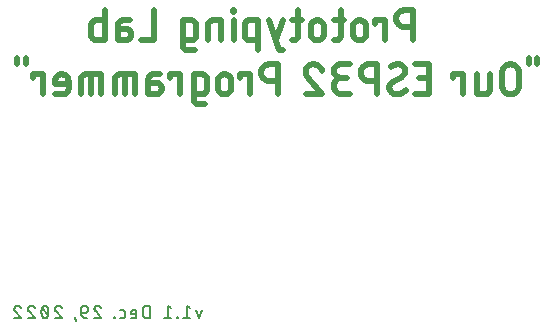
<source format=gbr>
G04 EAGLE Gerber RS-274X export*
G75*
%MOMM*%
%FSLAX34Y34*%
%LPD*%
%INSilkscreen Bottom*%
%IPPOS*%
%AMOC8*
5,1,8,0,0,1.08239X$1,22.5*%
G01*
%ADD10C,0.508000*%
%ADD11C,0.203200*%


D10*
X422910Y240030D02*
X422910Y265430D01*
X415854Y265430D01*
X415682Y265428D01*
X415510Y265422D01*
X415339Y265411D01*
X415168Y265397D01*
X414997Y265378D01*
X414827Y265355D01*
X414657Y265328D01*
X414488Y265297D01*
X414320Y265261D01*
X414153Y265222D01*
X413986Y265178D01*
X413821Y265131D01*
X413657Y265079D01*
X413495Y265024D01*
X413333Y264964D01*
X413174Y264901D01*
X413015Y264834D01*
X412859Y264763D01*
X412704Y264688D01*
X412552Y264609D01*
X412401Y264527D01*
X412252Y264441D01*
X412105Y264352D01*
X411961Y264259D01*
X411819Y264162D01*
X411679Y264062D01*
X411542Y263959D01*
X411407Y263852D01*
X411275Y263742D01*
X411145Y263629D01*
X411019Y263513D01*
X410895Y263394D01*
X410774Y263271D01*
X410657Y263146D01*
X410542Y263018D01*
X410430Y262888D01*
X410322Y262754D01*
X410217Y262618D01*
X410115Y262480D01*
X410017Y262339D01*
X409922Y262195D01*
X409831Y262050D01*
X409743Y261902D01*
X409659Y261752D01*
X409579Y261600D01*
X409502Y261447D01*
X409429Y261291D01*
X409360Y261134D01*
X409295Y260975D01*
X409233Y260814D01*
X409176Y260652D01*
X409122Y260489D01*
X409073Y260324D01*
X409027Y260159D01*
X408986Y259992D01*
X408949Y259824D01*
X408915Y259656D01*
X408886Y259486D01*
X408861Y259316D01*
X408840Y259146D01*
X408824Y258975D01*
X408811Y258803D01*
X408803Y258632D01*
X408799Y258460D01*
X408799Y258288D01*
X408803Y258116D01*
X408811Y257945D01*
X408824Y257773D01*
X408840Y257602D01*
X408861Y257432D01*
X408886Y257262D01*
X408915Y257092D01*
X408949Y256924D01*
X408986Y256756D01*
X409027Y256589D01*
X409073Y256424D01*
X409122Y256259D01*
X409176Y256096D01*
X409233Y255934D01*
X409295Y255773D01*
X409360Y255614D01*
X409429Y255457D01*
X409502Y255301D01*
X409579Y255148D01*
X409659Y254996D01*
X409743Y254846D01*
X409831Y254698D01*
X409922Y254553D01*
X410017Y254409D01*
X410115Y254268D01*
X410217Y254130D01*
X410322Y253994D01*
X410430Y253860D01*
X410542Y253730D01*
X410657Y253602D01*
X410774Y253477D01*
X410895Y253354D01*
X411019Y253235D01*
X411145Y253119D01*
X411275Y253006D01*
X411407Y252896D01*
X411542Y252789D01*
X411679Y252686D01*
X411819Y252586D01*
X411961Y252489D01*
X412105Y252396D01*
X412252Y252307D01*
X412401Y252221D01*
X412552Y252139D01*
X412704Y252060D01*
X412859Y251985D01*
X413015Y251914D01*
X413174Y251847D01*
X413333Y251784D01*
X413495Y251724D01*
X413657Y251669D01*
X413821Y251617D01*
X413986Y251570D01*
X414153Y251526D01*
X414320Y251487D01*
X414488Y251451D01*
X414657Y251420D01*
X414827Y251393D01*
X414997Y251370D01*
X415168Y251351D01*
X415339Y251337D01*
X415510Y251326D01*
X415682Y251320D01*
X415854Y251318D01*
X415854Y251319D02*
X422910Y251319D01*
X399359Y256963D02*
X399359Y240030D01*
X399359Y256963D02*
X390892Y256963D01*
X390892Y254141D01*
X383564Y251319D02*
X383564Y245674D01*
X383564Y251319D02*
X383562Y251468D01*
X383556Y251617D01*
X383546Y251766D01*
X383533Y251914D01*
X383515Y252062D01*
X383493Y252209D01*
X383468Y252356D01*
X383439Y252502D01*
X383405Y252647D01*
X383368Y252792D01*
X383328Y252935D01*
X383283Y253077D01*
X383235Y253218D01*
X383183Y253358D01*
X383127Y253496D01*
X383068Y253633D01*
X383005Y253768D01*
X382939Y253901D01*
X382869Y254033D01*
X382795Y254162D01*
X382719Y254290D01*
X382639Y254416D01*
X382555Y254539D01*
X382469Y254661D01*
X382379Y254779D01*
X382286Y254896D01*
X382190Y255010D01*
X382091Y255121D01*
X381989Y255230D01*
X381884Y255336D01*
X381777Y255439D01*
X381667Y255540D01*
X381554Y255637D01*
X381439Y255732D01*
X381321Y255823D01*
X381201Y255911D01*
X381079Y255996D01*
X380954Y256078D01*
X380828Y256156D01*
X380699Y256231D01*
X380568Y256303D01*
X380436Y256371D01*
X380302Y256436D01*
X380166Y256497D01*
X380028Y256555D01*
X379889Y256608D01*
X379749Y256658D01*
X379607Y256705D01*
X379465Y256748D01*
X379321Y256786D01*
X379176Y256821D01*
X379030Y256853D01*
X378884Y256880D01*
X378737Y256904D01*
X378589Y256923D01*
X378441Y256939D01*
X378292Y256951D01*
X378143Y256959D01*
X377994Y256963D01*
X377846Y256963D01*
X377697Y256959D01*
X377548Y256951D01*
X377399Y256939D01*
X377251Y256923D01*
X377103Y256904D01*
X376956Y256880D01*
X376810Y256853D01*
X376664Y256821D01*
X376519Y256786D01*
X376375Y256748D01*
X376233Y256705D01*
X376091Y256658D01*
X375951Y256608D01*
X375812Y256555D01*
X375674Y256497D01*
X375538Y256436D01*
X375404Y256371D01*
X375272Y256303D01*
X375141Y256231D01*
X375012Y256156D01*
X374886Y256078D01*
X374761Y255996D01*
X374639Y255911D01*
X374519Y255823D01*
X374401Y255732D01*
X374286Y255637D01*
X374173Y255540D01*
X374063Y255439D01*
X373956Y255336D01*
X373851Y255230D01*
X373749Y255121D01*
X373650Y255010D01*
X373554Y254896D01*
X373461Y254779D01*
X373371Y254661D01*
X373285Y254539D01*
X373201Y254416D01*
X373121Y254290D01*
X373045Y254162D01*
X372971Y254033D01*
X372901Y253901D01*
X372835Y253768D01*
X372772Y253633D01*
X372713Y253496D01*
X372657Y253358D01*
X372605Y253218D01*
X372557Y253077D01*
X372512Y252935D01*
X372472Y252792D01*
X372435Y252647D01*
X372401Y252502D01*
X372372Y252356D01*
X372347Y252209D01*
X372325Y252062D01*
X372307Y251914D01*
X372294Y251766D01*
X372284Y251617D01*
X372278Y251468D01*
X372276Y251319D01*
X372275Y251319D02*
X372275Y245674D01*
X372276Y245674D02*
X372278Y245525D01*
X372284Y245376D01*
X372294Y245227D01*
X372307Y245079D01*
X372325Y244931D01*
X372347Y244784D01*
X372372Y244637D01*
X372401Y244491D01*
X372435Y244346D01*
X372472Y244201D01*
X372512Y244058D01*
X372557Y243916D01*
X372605Y243775D01*
X372657Y243635D01*
X372713Y243497D01*
X372772Y243360D01*
X372835Y243225D01*
X372901Y243092D01*
X372971Y242960D01*
X373045Y242831D01*
X373121Y242703D01*
X373201Y242577D01*
X373285Y242454D01*
X373371Y242332D01*
X373461Y242214D01*
X373554Y242097D01*
X373650Y241983D01*
X373749Y241872D01*
X373851Y241763D01*
X373956Y241657D01*
X374063Y241554D01*
X374173Y241453D01*
X374286Y241356D01*
X374401Y241261D01*
X374519Y241170D01*
X374639Y241082D01*
X374761Y240997D01*
X374886Y240915D01*
X375012Y240837D01*
X375141Y240762D01*
X375272Y240690D01*
X375404Y240622D01*
X375538Y240557D01*
X375674Y240496D01*
X375812Y240438D01*
X375951Y240385D01*
X376091Y240335D01*
X376233Y240288D01*
X376375Y240245D01*
X376519Y240207D01*
X376664Y240172D01*
X376810Y240140D01*
X376956Y240113D01*
X377103Y240089D01*
X377251Y240070D01*
X377399Y240054D01*
X377548Y240042D01*
X377697Y240034D01*
X377846Y240030D01*
X377994Y240030D01*
X378143Y240034D01*
X378292Y240042D01*
X378441Y240054D01*
X378589Y240070D01*
X378737Y240089D01*
X378884Y240113D01*
X379030Y240140D01*
X379176Y240172D01*
X379321Y240207D01*
X379465Y240245D01*
X379607Y240288D01*
X379749Y240335D01*
X379889Y240385D01*
X380028Y240438D01*
X380166Y240496D01*
X380302Y240557D01*
X380436Y240622D01*
X380568Y240690D01*
X380699Y240762D01*
X380828Y240837D01*
X380954Y240915D01*
X381079Y240997D01*
X381201Y241082D01*
X381321Y241170D01*
X381439Y241261D01*
X381554Y241356D01*
X381667Y241453D01*
X381777Y241554D01*
X381884Y241657D01*
X381989Y241763D01*
X382091Y241872D01*
X382190Y241983D01*
X382286Y242097D01*
X382379Y242214D01*
X382469Y242332D01*
X382555Y242454D01*
X382639Y242577D01*
X382719Y242703D01*
X382795Y242831D01*
X382869Y242960D01*
X382939Y243092D01*
X383005Y243225D01*
X383068Y243360D01*
X383127Y243497D01*
X383183Y243635D01*
X383235Y243775D01*
X383283Y243916D01*
X383328Y244058D01*
X383368Y244201D01*
X383405Y244346D01*
X383439Y244491D01*
X383468Y244637D01*
X383493Y244784D01*
X383515Y244931D01*
X383533Y245079D01*
X383546Y245227D01*
X383556Y245376D01*
X383562Y245525D01*
X383564Y245674D01*
X364803Y256963D02*
X356337Y256963D01*
X361981Y265430D02*
X361981Y244263D01*
X361979Y244135D01*
X361973Y244007D01*
X361964Y243880D01*
X361950Y243753D01*
X361933Y243626D01*
X361912Y243500D01*
X361887Y243375D01*
X361858Y243250D01*
X361826Y243126D01*
X361789Y243004D01*
X361749Y242882D01*
X361706Y242762D01*
X361659Y242643D01*
X361608Y242526D01*
X361554Y242410D01*
X361496Y242296D01*
X361435Y242184D01*
X361371Y242073D01*
X361303Y241965D01*
X361232Y241858D01*
X361157Y241754D01*
X361080Y241652D01*
X361000Y241553D01*
X360916Y241456D01*
X360830Y241362D01*
X360741Y241270D01*
X360649Y241181D01*
X360555Y241095D01*
X360458Y241011D01*
X360359Y240931D01*
X360257Y240854D01*
X360153Y240779D01*
X360046Y240708D01*
X359938Y240640D01*
X359827Y240576D01*
X359715Y240515D01*
X359601Y240457D01*
X359485Y240403D01*
X359368Y240352D01*
X359249Y240305D01*
X359129Y240262D01*
X359007Y240222D01*
X358885Y240185D01*
X358761Y240153D01*
X358636Y240124D01*
X358511Y240099D01*
X358385Y240078D01*
X358258Y240061D01*
X358131Y240047D01*
X358004Y240038D01*
X357876Y240032D01*
X357748Y240030D01*
X356337Y240030D01*
X347724Y245674D02*
X347724Y251319D01*
X347722Y251468D01*
X347716Y251617D01*
X347706Y251766D01*
X347693Y251914D01*
X347675Y252062D01*
X347653Y252209D01*
X347628Y252356D01*
X347599Y252502D01*
X347565Y252647D01*
X347528Y252792D01*
X347488Y252935D01*
X347443Y253077D01*
X347395Y253218D01*
X347343Y253358D01*
X347287Y253496D01*
X347228Y253633D01*
X347165Y253768D01*
X347099Y253901D01*
X347029Y254033D01*
X346955Y254162D01*
X346879Y254290D01*
X346799Y254416D01*
X346715Y254539D01*
X346629Y254661D01*
X346539Y254779D01*
X346446Y254896D01*
X346350Y255010D01*
X346251Y255121D01*
X346149Y255230D01*
X346044Y255336D01*
X345937Y255439D01*
X345827Y255540D01*
X345714Y255637D01*
X345599Y255732D01*
X345481Y255823D01*
X345361Y255911D01*
X345239Y255996D01*
X345114Y256078D01*
X344988Y256156D01*
X344859Y256231D01*
X344728Y256303D01*
X344596Y256371D01*
X344462Y256436D01*
X344326Y256497D01*
X344188Y256555D01*
X344049Y256608D01*
X343909Y256658D01*
X343767Y256705D01*
X343625Y256748D01*
X343481Y256786D01*
X343336Y256821D01*
X343190Y256853D01*
X343044Y256880D01*
X342897Y256904D01*
X342749Y256923D01*
X342601Y256939D01*
X342452Y256951D01*
X342303Y256959D01*
X342154Y256963D01*
X342006Y256963D01*
X341857Y256959D01*
X341708Y256951D01*
X341559Y256939D01*
X341411Y256923D01*
X341263Y256904D01*
X341116Y256880D01*
X340970Y256853D01*
X340824Y256821D01*
X340679Y256786D01*
X340535Y256748D01*
X340393Y256705D01*
X340251Y256658D01*
X340111Y256608D01*
X339972Y256555D01*
X339834Y256497D01*
X339698Y256436D01*
X339564Y256371D01*
X339432Y256303D01*
X339301Y256231D01*
X339172Y256156D01*
X339046Y256078D01*
X338921Y255996D01*
X338799Y255911D01*
X338679Y255823D01*
X338561Y255732D01*
X338446Y255637D01*
X338333Y255540D01*
X338223Y255439D01*
X338116Y255336D01*
X338011Y255230D01*
X337909Y255121D01*
X337810Y255010D01*
X337714Y254896D01*
X337621Y254779D01*
X337531Y254661D01*
X337445Y254539D01*
X337361Y254416D01*
X337281Y254290D01*
X337205Y254162D01*
X337131Y254033D01*
X337061Y253901D01*
X336995Y253768D01*
X336932Y253633D01*
X336873Y253496D01*
X336817Y253358D01*
X336765Y253218D01*
X336717Y253077D01*
X336672Y252935D01*
X336632Y252792D01*
X336595Y252647D01*
X336561Y252502D01*
X336532Y252356D01*
X336507Y252209D01*
X336485Y252062D01*
X336467Y251914D01*
X336454Y251766D01*
X336444Y251617D01*
X336438Y251468D01*
X336436Y251319D01*
X336436Y245674D01*
X336438Y245525D01*
X336444Y245376D01*
X336454Y245227D01*
X336467Y245079D01*
X336485Y244931D01*
X336507Y244784D01*
X336532Y244637D01*
X336561Y244491D01*
X336595Y244346D01*
X336632Y244201D01*
X336672Y244058D01*
X336717Y243916D01*
X336765Y243775D01*
X336817Y243635D01*
X336873Y243497D01*
X336932Y243360D01*
X336995Y243225D01*
X337061Y243092D01*
X337131Y242960D01*
X337205Y242831D01*
X337281Y242703D01*
X337361Y242577D01*
X337445Y242454D01*
X337531Y242332D01*
X337621Y242214D01*
X337714Y242097D01*
X337810Y241983D01*
X337909Y241872D01*
X338011Y241763D01*
X338116Y241657D01*
X338223Y241554D01*
X338333Y241453D01*
X338446Y241356D01*
X338561Y241261D01*
X338679Y241170D01*
X338799Y241082D01*
X338921Y240997D01*
X339046Y240915D01*
X339172Y240837D01*
X339301Y240762D01*
X339432Y240690D01*
X339564Y240622D01*
X339698Y240557D01*
X339834Y240496D01*
X339972Y240438D01*
X340111Y240385D01*
X340251Y240335D01*
X340393Y240288D01*
X340535Y240245D01*
X340679Y240207D01*
X340824Y240172D01*
X340970Y240140D01*
X341116Y240113D01*
X341263Y240089D01*
X341411Y240070D01*
X341559Y240054D01*
X341708Y240042D01*
X341857Y240034D01*
X342006Y240030D01*
X342154Y240030D01*
X342303Y240034D01*
X342452Y240042D01*
X342601Y240054D01*
X342749Y240070D01*
X342897Y240089D01*
X343044Y240113D01*
X343190Y240140D01*
X343336Y240172D01*
X343481Y240207D01*
X343625Y240245D01*
X343767Y240288D01*
X343909Y240335D01*
X344049Y240385D01*
X344188Y240438D01*
X344326Y240496D01*
X344462Y240557D01*
X344596Y240622D01*
X344728Y240690D01*
X344859Y240762D01*
X344988Y240837D01*
X345114Y240915D01*
X345239Y240997D01*
X345361Y241082D01*
X345481Y241170D01*
X345599Y241261D01*
X345714Y241356D01*
X345827Y241453D01*
X345937Y241554D01*
X346044Y241657D01*
X346149Y241763D01*
X346251Y241872D01*
X346350Y241983D01*
X346446Y242097D01*
X346539Y242214D01*
X346629Y242332D01*
X346715Y242454D01*
X346799Y242577D01*
X346879Y242703D01*
X346955Y242831D01*
X347029Y242960D01*
X347099Y243092D01*
X347165Y243225D01*
X347228Y243360D01*
X347287Y243497D01*
X347343Y243635D01*
X347395Y243775D01*
X347443Y243916D01*
X347488Y244058D01*
X347528Y244201D01*
X347565Y244346D01*
X347599Y244491D01*
X347628Y244637D01*
X347653Y244784D01*
X347675Y244931D01*
X347693Y245079D01*
X347706Y245227D01*
X347716Y245376D01*
X347722Y245525D01*
X347724Y245674D01*
X328964Y256963D02*
X320497Y256963D01*
X326141Y265430D02*
X326141Y244263D01*
X326139Y244135D01*
X326133Y244007D01*
X326124Y243880D01*
X326110Y243753D01*
X326093Y243626D01*
X326072Y243500D01*
X326047Y243375D01*
X326018Y243250D01*
X325986Y243126D01*
X325949Y243004D01*
X325909Y242882D01*
X325866Y242762D01*
X325819Y242643D01*
X325768Y242526D01*
X325714Y242410D01*
X325656Y242296D01*
X325595Y242184D01*
X325531Y242073D01*
X325463Y241965D01*
X325392Y241858D01*
X325317Y241754D01*
X325240Y241652D01*
X325160Y241553D01*
X325076Y241456D01*
X324990Y241362D01*
X324901Y241270D01*
X324809Y241181D01*
X324715Y241095D01*
X324618Y241011D01*
X324519Y240931D01*
X324417Y240854D01*
X324313Y240779D01*
X324206Y240708D01*
X324098Y240640D01*
X323987Y240576D01*
X323875Y240515D01*
X323761Y240457D01*
X323645Y240403D01*
X323528Y240352D01*
X323409Y240305D01*
X323289Y240262D01*
X323167Y240222D01*
X323045Y240185D01*
X322921Y240153D01*
X322796Y240124D01*
X322671Y240099D01*
X322545Y240078D01*
X322418Y240061D01*
X322291Y240047D01*
X322164Y240038D01*
X322036Y240032D01*
X321908Y240030D01*
X320497Y240030D01*
X312681Y231563D02*
X309859Y231563D01*
X301392Y256963D01*
X312681Y256963D02*
X307037Y240030D01*
X291872Y231563D02*
X291872Y256963D01*
X284817Y256963D01*
X284689Y256961D01*
X284561Y256955D01*
X284434Y256946D01*
X284307Y256932D01*
X284180Y256915D01*
X284054Y256894D01*
X283929Y256869D01*
X283804Y256840D01*
X283680Y256808D01*
X283558Y256771D01*
X283436Y256731D01*
X283316Y256688D01*
X283197Y256641D01*
X283080Y256590D01*
X282964Y256536D01*
X282850Y256478D01*
X282738Y256417D01*
X282627Y256353D01*
X282519Y256285D01*
X282412Y256214D01*
X282308Y256139D01*
X282206Y256062D01*
X282107Y255982D01*
X282010Y255898D01*
X281916Y255812D01*
X281824Y255723D01*
X281735Y255631D01*
X281649Y255537D01*
X281565Y255440D01*
X281485Y255341D01*
X281408Y255239D01*
X281333Y255135D01*
X281262Y255028D01*
X281194Y254920D01*
X281130Y254810D01*
X281069Y254697D01*
X281011Y254583D01*
X280957Y254467D01*
X280906Y254350D01*
X280859Y254231D01*
X280816Y254111D01*
X280776Y253989D01*
X280739Y253867D01*
X280707Y253743D01*
X280678Y253618D01*
X280653Y253493D01*
X280632Y253367D01*
X280615Y253240D01*
X280601Y253113D01*
X280592Y252986D01*
X280586Y252858D01*
X280584Y252730D01*
X280583Y252730D02*
X280583Y244263D01*
X280584Y244263D02*
X280586Y244135D01*
X280592Y244007D01*
X280601Y243880D01*
X280615Y243753D01*
X280632Y243626D01*
X280653Y243500D01*
X280678Y243375D01*
X280707Y243250D01*
X280739Y243126D01*
X280776Y243004D01*
X280816Y242882D01*
X280859Y242762D01*
X280906Y242643D01*
X280957Y242526D01*
X281011Y242410D01*
X281069Y242296D01*
X281130Y242184D01*
X281194Y242073D01*
X281262Y241965D01*
X281333Y241858D01*
X281408Y241754D01*
X281485Y241652D01*
X281565Y241553D01*
X281649Y241456D01*
X281735Y241362D01*
X281824Y241270D01*
X281916Y241181D01*
X282010Y241095D01*
X282107Y241011D01*
X282206Y240931D01*
X282308Y240854D01*
X282412Y240779D01*
X282519Y240708D01*
X282627Y240640D01*
X282738Y240576D01*
X282850Y240515D01*
X282964Y240457D01*
X283080Y240403D01*
X283197Y240352D01*
X283316Y240305D01*
X283436Y240262D01*
X283558Y240222D01*
X283680Y240185D01*
X283804Y240153D01*
X283929Y240124D01*
X284054Y240099D01*
X284180Y240078D01*
X284307Y240061D01*
X284434Y240047D01*
X284561Y240038D01*
X284689Y240032D01*
X284817Y240030D01*
X291872Y240030D01*
X271197Y240030D02*
X271197Y256963D01*
X271902Y264019D02*
X271902Y265430D01*
X270491Y265430D01*
X270491Y264019D01*
X271902Y264019D01*
X260913Y256963D02*
X260913Y240030D01*
X260913Y256963D02*
X253857Y256963D01*
X253729Y256961D01*
X253601Y256955D01*
X253474Y256946D01*
X253347Y256932D01*
X253220Y256915D01*
X253094Y256894D01*
X252969Y256869D01*
X252844Y256840D01*
X252720Y256808D01*
X252598Y256771D01*
X252476Y256731D01*
X252356Y256688D01*
X252237Y256641D01*
X252120Y256590D01*
X252004Y256536D01*
X251890Y256478D01*
X251778Y256417D01*
X251667Y256353D01*
X251559Y256285D01*
X251452Y256214D01*
X251348Y256139D01*
X251246Y256062D01*
X251147Y255982D01*
X251050Y255898D01*
X250956Y255812D01*
X250864Y255723D01*
X250775Y255631D01*
X250689Y255537D01*
X250605Y255440D01*
X250525Y255341D01*
X250448Y255239D01*
X250373Y255135D01*
X250302Y255028D01*
X250234Y254920D01*
X250170Y254810D01*
X250109Y254697D01*
X250051Y254583D01*
X249997Y254467D01*
X249946Y254350D01*
X249899Y254231D01*
X249856Y254111D01*
X249816Y253989D01*
X249779Y253867D01*
X249747Y253743D01*
X249718Y253618D01*
X249693Y253493D01*
X249672Y253367D01*
X249655Y253240D01*
X249641Y253113D01*
X249632Y252986D01*
X249626Y252858D01*
X249624Y252730D01*
X249624Y240030D01*
X235277Y240030D02*
X228221Y240030D01*
X235277Y240030D02*
X235405Y240032D01*
X235533Y240038D01*
X235660Y240047D01*
X235787Y240061D01*
X235914Y240078D01*
X236040Y240099D01*
X236165Y240124D01*
X236290Y240153D01*
X236414Y240185D01*
X236536Y240222D01*
X236658Y240262D01*
X236778Y240305D01*
X236897Y240352D01*
X237014Y240403D01*
X237130Y240457D01*
X237244Y240515D01*
X237356Y240576D01*
X237467Y240640D01*
X237575Y240708D01*
X237682Y240779D01*
X237786Y240854D01*
X237888Y240931D01*
X237987Y241011D01*
X238084Y241095D01*
X238178Y241181D01*
X238270Y241270D01*
X238359Y241362D01*
X238445Y241456D01*
X238529Y241553D01*
X238609Y241652D01*
X238686Y241754D01*
X238761Y241858D01*
X238832Y241965D01*
X238900Y242073D01*
X238964Y242184D01*
X239025Y242296D01*
X239083Y242410D01*
X239137Y242526D01*
X239188Y242643D01*
X239235Y242762D01*
X239278Y242882D01*
X239318Y243004D01*
X239355Y243126D01*
X239387Y243250D01*
X239416Y243375D01*
X239441Y243500D01*
X239462Y243626D01*
X239479Y243753D01*
X239493Y243880D01*
X239502Y244007D01*
X239508Y244135D01*
X239510Y244263D01*
X239510Y252730D01*
X239508Y252858D01*
X239502Y252986D01*
X239493Y253113D01*
X239479Y253240D01*
X239462Y253367D01*
X239441Y253493D01*
X239416Y253618D01*
X239387Y253743D01*
X239355Y253867D01*
X239318Y253989D01*
X239278Y254111D01*
X239235Y254231D01*
X239188Y254350D01*
X239137Y254467D01*
X239083Y254583D01*
X239025Y254697D01*
X238964Y254809D01*
X238900Y254920D01*
X238832Y255028D01*
X238761Y255135D01*
X238686Y255239D01*
X238609Y255341D01*
X238529Y255440D01*
X238445Y255537D01*
X238359Y255631D01*
X238270Y255723D01*
X238178Y255812D01*
X238084Y255898D01*
X237987Y255982D01*
X237888Y256062D01*
X237786Y256139D01*
X237682Y256214D01*
X237575Y256285D01*
X237467Y256353D01*
X237356Y256417D01*
X237244Y256478D01*
X237130Y256536D01*
X237014Y256590D01*
X236897Y256641D01*
X236778Y256688D01*
X236658Y256731D01*
X236536Y256771D01*
X236414Y256808D01*
X236290Y256840D01*
X236165Y256869D01*
X236040Y256894D01*
X235914Y256915D01*
X235787Y256932D01*
X235660Y256946D01*
X235533Y256955D01*
X235405Y256961D01*
X235277Y256963D01*
X228221Y256963D01*
X228221Y235797D01*
X228223Y235669D01*
X228229Y235541D01*
X228238Y235414D01*
X228252Y235287D01*
X228269Y235160D01*
X228290Y235034D01*
X228315Y234909D01*
X228344Y234784D01*
X228376Y234660D01*
X228413Y234538D01*
X228453Y234416D01*
X228496Y234296D01*
X228543Y234177D01*
X228594Y234060D01*
X228648Y233944D01*
X228706Y233830D01*
X228767Y233718D01*
X228831Y233607D01*
X228899Y233499D01*
X228970Y233392D01*
X229045Y233288D01*
X229122Y233186D01*
X229202Y233087D01*
X229286Y232990D01*
X229372Y232896D01*
X229461Y232804D01*
X229553Y232715D01*
X229647Y232629D01*
X229744Y232545D01*
X229843Y232465D01*
X229945Y232388D01*
X230049Y232313D01*
X230156Y232242D01*
X230264Y232174D01*
X230375Y232110D01*
X230487Y232049D01*
X230601Y231991D01*
X230717Y231937D01*
X230834Y231886D01*
X230953Y231839D01*
X231073Y231796D01*
X231195Y231756D01*
X231317Y231719D01*
X231441Y231687D01*
X231566Y231658D01*
X231691Y231633D01*
X231817Y231612D01*
X231944Y231595D01*
X232071Y231581D01*
X232198Y231572D01*
X232326Y231566D01*
X232454Y231564D01*
X232454Y231563D02*
X238099Y231563D01*
X204130Y240030D02*
X204130Y265430D01*
X204130Y240030D02*
X192841Y240030D01*
X179617Y249908D02*
X173267Y249908D01*
X179617Y249908D02*
X179757Y249906D01*
X179896Y249900D01*
X180036Y249890D01*
X180175Y249876D01*
X180314Y249859D01*
X180452Y249837D01*
X180589Y249811D01*
X180726Y249782D01*
X180862Y249749D01*
X180996Y249712D01*
X181130Y249671D01*
X181262Y249626D01*
X181394Y249577D01*
X181523Y249525D01*
X181651Y249470D01*
X181778Y249410D01*
X181903Y249347D01*
X182026Y249281D01*
X182147Y249211D01*
X182266Y249138D01*
X182383Y249061D01*
X182497Y248981D01*
X182610Y248898D01*
X182720Y248812D01*
X182827Y248722D01*
X182932Y248630D01*
X183034Y248535D01*
X183134Y248437D01*
X183231Y248336D01*
X183325Y248232D01*
X183415Y248126D01*
X183503Y248017D01*
X183588Y247906D01*
X183669Y247792D01*
X183748Y247677D01*
X183823Y247559D01*
X183894Y247439D01*
X183962Y247316D01*
X184027Y247193D01*
X184088Y247067D01*
X184146Y246939D01*
X184200Y246811D01*
X184250Y246680D01*
X184297Y246548D01*
X184340Y246415D01*
X184379Y246281D01*
X184414Y246146D01*
X184445Y246010D01*
X184473Y245872D01*
X184496Y245735D01*
X184516Y245596D01*
X184532Y245457D01*
X184544Y245318D01*
X184552Y245179D01*
X184556Y245039D01*
X184556Y244899D01*
X184552Y244759D01*
X184544Y244620D01*
X184532Y244481D01*
X184516Y244342D01*
X184496Y244203D01*
X184473Y244066D01*
X184445Y243928D01*
X184414Y243792D01*
X184379Y243657D01*
X184340Y243523D01*
X184297Y243390D01*
X184250Y243258D01*
X184200Y243127D01*
X184146Y242999D01*
X184088Y242871D01*
X184027Y242745D01*
X183962Y242622D01*
X183894Y242500D01*
X183823Y242379D01*
X183748Y242261D01*
X183669Y242146D01*
X183588Y242032D01*
X183503Y241921D01*
X183415Y241812D01*
X183325Y241706D01*
X183231Y241602D01*
X183134Y241501D01*
X183034Y241403D01*
X182932Y241308D01*
X182827Y241216D01*
X182720Y241126D01*
X182610Y241040D01*
X182497Y240957D01*
X182383Y240877D01*
X182266Y240800D01*
X182147Y240727D01*
X182026Y240657D01*
X181903Y240591D01*
X181778Y240528D01*
X181651Y240468D01*
X181523Y240413D01*
X181394Y240361D01*
X181262Y240312D01*
X181130Y240267D01*
X180996Y240226D01*
X180862Y240189D01*
X180726Y240156D01*
X180589Y240127D01*
X180452Y240101D01*
X180314Y240079D01*
X180175Y240062D01*
X180036Y240048D01*
X179896Y240038D01*
X179757Y240032D01*
X179617Y240030D01*
X173267Y240030D01*
X173267Y252730D01*
X173269Y252858D01*
X173275Y252986D01*
X173284Y253113D01*
X173298Y253240D01*
X173315Y253367D01*
X173336Y253493D01*
X173361Y253618D01*
X173390Y253743D01*
X173422Y253867D01*
X173459Y253989D01*
X173499Y254111D01*
X173542Y254231D01*
X173589Y254350D01*
X173640Y254467D01*
X173694Y254583D01*
X173752Y254697D01*
X173813Y254809D01*
X173877Y254920D01*
X173945Y255028D01*
X174016Y255135D01*
X174091Y255239D01*
X174168Y255341D01*
X174248Y255440D01*
X174332Y255537D01*
X174418Y255631D01*
X174507Y255723D01*
X174599Y255812D01*
X174693Y255898D01*
X174790Y255982D01*
X174889Y256062D01*
X174991Y256139D01*
X175095Y256214D01*
X175202Y256285D01*
X175310Y256353D01*
X175421Y256417D01*
X175533Y256478D01*
X175647Y256536D01*
X175763Y256590D01*
X175880Y256641D01*
X175999Y256688D01*
X176119Y256731D01*
X176241Y256771D01*
X176363Y256808D01*
X176487Y256840D01*
X176612Y256869D01*
X176737Y256894D01*
X176863Y256915D01*
X176990Y256932D01*
X177117Y256946D01*
X177244Y256955D01*
X177372Y256961D01*
X177500Y256963D01*
X183144Y256963D01*
X162052Y265430D02*
X162052Y240030D01*
X154997Y240030D01*
X154869Y240032D01*
X154741Y240038D01*
X154614Y240047D01*
X154487Y240061D01*
X154360Y240078D01*
X154234Y240099D01*
X154109Y240124D01*
X153984Y240153D01*
X153860Y240185D01*
X153738Y240222D01*
X153616Y240262D01*
X153496Y240305D01*
X153377Y240352D01*
X153260Y240403D01*
X153144Y240457D01*
X153030Y240515D01*
X152918Y240576D01*
X152807Y240640D01*
X152699Y240708D01*
X152592Y240779D01*
X152488Y240854D01*
X152386Y240931D01*
X152287Y241011D01*
X152190Y241095D01*
X152096Y241181D01*
X152004Y241270D01*
X151915Y241362D01*
X151829Y241456D01*
X151745Y241553D01*
X151665Y241652D01*
X151588Y241754D01*
X151513Y241858D01*
X151442Y241965D01*
X151374Y242073D01*
X151310Y242183D01*
X151249Y242296D01*
X151191Y242410D01*
X151137Y242526D01*
X151086Y242643D01*
X151039Y242762D01*
X150996Y242882D01*
X150956Y243004D01*
X150919Y243126D01*
X150887Y243250D01*
X150858Y243375D01*
X150833Y243500D01*
X150812Y243626D01*
X150795Y243753D01*
X150781Y243880D01*
X150772Y244007D01*
X150766Y244135D01*
X150764Y244263D01*
X150764Y252730D01*
X150766Y252858D01*
X150772Y252986D01*
X150781Y253113D01*
X150795Y253240D01*
X150812Y253367D01*
X150833Y253493D01*
X150858Y253618D01*
X150887Y253743D01*
X150919Y253867D01*
X150956Y253989D01*
X150996Y254111D01*
X151039Y254231D01*
X151086Y254350D01*
X151137Y254467D01*
X151191Y254583D01*
X151249Y254697D01*
X151310Y254809D01*
X151374Y254920D01*
X151442Y255028D01*
X151513Y255135D01*
X151588Y255239D01*
X151665Y255341D01*
X151745Y255440D01*
X151829Y255537D01*
X151915Y255631D01*
X152004Y255723D01*
X152096Y255812D01*
X152190Y255898D01*
X152287Y255982D01*
X152386Y256062D01*
X152488Y256139D01*
X152592Y256214D01*
X152699Y256285D01*
X152807Y256353D01*
X152918Y256417D01*
X153030Y256478D01*
X153144Y256536D01*
X153260Y256590D01*
X153377Y256641D01*
X153496Y256688D01*
X153616Y256731D01*
X153738Y256771D01*
X153860Y256808D01*
X153984Y256840D01*
X154109Y256869D01*
X154234Y256894D01*
X154360Y256915D01*
X154487Y256932D01*
X154614Y256946D01*
X154741Y256955D01*
X154869Y256961D01*
X154997Y256963D01*
X162052Y256963D01*
X528320Y225354D02*
X528320Y219710D01*
X521264Y219710D02*
X521264Y225354D01*
X512733Y212654D02*
X512733Y201366D01*
X512734Y212654D02*
X512732Y212826D01*
X512726Y212998D01*
X512715Y213169D01*
X512701Y213340D01*
X512682Y213511D01*
X512659Y213681D01*
X512632Y213851D01*
X512601Y214020D01*
X512565Y214188D01*
X512526Y214355D01*
X512482Y214522D01*
X512435Y214687D01*
X512383Y214851D01*
X512328Y215013D01*
X512268Y215175D01*
X512205Y215334D01*
X512138Y215493D01*
X512067Y215649D01*
X511992Y215804D01*
X511913Y215956D01*
X511831Y216107D01*
X511745Y216256D01*
X511656Y216403D01*
X511563Y216547D01*
X511466Y216689D01*
X511366Y216829D01*
X511263Y216966D01*
X511156Y217101D01*
X511046Y217233D01*
X510933Y217363D01*
X510817Y217489D01*
X510698Y217613D01*
X510575Y217734D01*
X510450Y217851D01*
X510322Y217966D01*
X510192Y218078D01*
X510058Y218186D01*
X509922Y218291D01*
X509784Y218393D01*
X509643Y218491D01*
X509499Y218586D01*
X509354Y218677D01*
X509206Y218765D01*
X509056Y218849D01*
X508904Y218929D01*
X508751Y219006D01*
X508595Y219079D01*
X508438Y219148D01*
X508279Y219213D01*
X508118Y219275D01*
X507956Y219332D01*
X507793Y219386D01*
X507628Y219435D01*
X507463Y219481D01*
X507296Y219522D01*
X507128Y219559D01*
X506960Y219593D01*
X506790Y219622D01*
X506620Y219647D01*
X506450Y219668D01*
X506279Y219684D01*
X506107Y219697D01*
X505936Y219705D01*
X505764Y219709D01*
X505592Y219709D01*
X505420Y219705D01*
X505249Y219697D01*
X505077Y219684D01*
X504906Y219668D01*
X504736Y219647D01*
X504566Y219622D01*
X504396Y219593D01*
X504228Y219559D01*
X504060Y219522D01*
X503893Y219481D01*
X503728Y219435D01*
X503563Y219386D01*
X503400Y219332D01*
X503238Y219275D01*
X503077Y219213D01*
X502918Y219148D01*
X502761Y219079D01*
X502605Y219006D01*
X502452Y218929D01*
X502300Y218849D01*
X502150Y218765D01*
X502002Y218677D01*
X501857Y218586D01*
X501713Y218491D01*
X501572Y218393D01*
X501434Y218291D01*
X501298Y218186D01*
X501164Y218078D01*
X501034Y217966D01*
X500906Y217851D01*
X500781Y217734D01*
X500658Y217613D01*
X500539Y217489D01*
X500423Y217363D01*
X500310Y217233D01*
X500200Y217101D01*
X500093Y216966D01*
X499990Y216829D01*
X499890Y216689D01*
X499793Y216547D01*
X499700Y216403D01*
X499611Y216256D01*
X499525Y216107D01*
X499443Y215956D01*
X499364Y215804D01*
X499289Y215649D01*
X499218Y215493D01*
X499151Y215334D01*
X499088Y215175D01*
X499028Y215013D01*
X498973Y214851D01*
X498921Y214687D01*
X498874Y214522D01*
X498830Y214355D01*
X498791Y214188D01*
X498755Y214020D01*
X498724Y213851D01*
X498697Y213681D01*
X498674Y213511D01*
X498655Y213340D01*
X498641Y213169D01*
X498630Y212998D01*
X498624Y212826D01*
X498622Y212654D01*
X498622Y201366D01*
X498624Y201194D01*
X498630Y201022D01*
X498641Y200851D01*
X498655Y200680D01*
X498674Y200509D01*
X498697Y200339D01*
X498724Y200169D01*
X498755Y200000D01*
X498791Y199832D01*
X498830Y199665D01*
X498874Y199498D01*
X498921Y199333D01*
X498973Y199169D01*
X499028Y199007D01*
X499088Y198845D01*
X499151Y198686D01*
X499218Y198527D01*
X499289Y198371D01*
X499364Y198216D01*
X499443Y198064D01*
X499525Y197913D01*
X499611Y197764D01*
X499700Y197617D01*
X499793Y197473D01*
X499890Y197331D01*
X499990Y197191D01*
X500093Y197054D01*
X500200Y196919D01*
X500310Y196787D01*
X500423Y196657D01*
X500539Y196531D01*
X500658Y196407D01*
X500781Y196286D01*
X500906Y196169D01*
X501034Y196054D01*
X501164Y195942D01*
X501298Y195834D01*
X501434Y195729D01*
X501572Y195627D01*
X501713Y195529D01*
X501857Y195434D01*
X502002Y195343D01*
X502150Y195255D01*
X502300Y195171D01*
X502452Y195091D01*
X502605Y195014D01*
X502761Y194941D01*
X502918Y194872D01*
X503077Y194807D01*
X503238Y194745D01*
X503400Y194688D01*
X503563Y194634D01*
X503728Y194585D01*
X503893Y194539D01*
X504060Y194498D01*
X504228Y194461D01*
X504396Y194427D01*
X504566Y194398D01*
X504736Y194373D01*
X504906Y194352D01*
X505077Y194336D01*
X505249Y194323D01*
X505420Y194315D01*
X505592Y194311D01*
X505764Y194311D01*
X505936Y194315D01*
X506107Y194323D01*
X506279Y194336D01*
X506450Y194352D01*
X506620Y194373D01*
X506790Y194398D01*
X506960Y194427D01*
X507128Y194461D01*
X507296Y194498D01*
X507463Y194539D01*
X507628Y194585D01*
X507793Y194634D01*
X507956Y194688D01*
X508118Y194745D01*
X508279Y194807D01*
X508438Y194872D01*
X508595Y194941D01*
X508751Y195014D01*
X508904Y195091D01*
X509056Y195171D01*
X509206Y195255D01*
X509354Y195343D01*
X509499Y195434D01*
X509643Y195529D01*
X509784Y195627D01*
X509922Y195729D01*
X510058Y195834D01*
X510192Y195942D01*
X510322Y196054D01*
X510450Y196169D01*
X510575Y196286D01*
X510698Y196407D01*
X510817Y196531D01*
X510933Y196657D01*
X511046Y196787D01*
X511156Y196919D01*
X511263Y197054D01*
X511366Y197191D01*
X511466Y197331D01*
X511563Y197473D01*
X511656Y197617D01*
X511745Y197764D01*
X511831Y197913D01*
X511913Y198064D01*
X511992Y198216D01*
X512067Y198371D01*
X512138Y198527D01*
X512205Y198686D01*
X512268Y198845D01*
X512328Y199007D01*
X512383Y199169D01*
X512435Y199333D01*
X512482Y199498D01*
X512526Y199665D01*
X512565Y199832D01*
X512601Y200000D01*
X512632Y200169D01*
X512659Y200339D01*
X512682Y200509D01*
X512701Y200680D01*
X512715Y200851D01*
X512726Y201022D01*
X512732Y201194D01*
X512734Y201366D01*
X488225Y198543D02*
X488225Y211243D01*
X488225Y198543D02*
X488223Y198415D01*
X488217Y198287D01*
X488208Y198160D01*
X488194Y198033D01*
X488177Y197906D01*
X488156Y197780D01*
X488131Y197655D01*
X488102Y197530D01*
X488070Y197406D01*
X488033Y197284D01*
X487993Y197162D01*
X487950Y197042D01*
X487903Y196923D01*
X487852Y196806D01*
X487798Y196690D01*
X487740Y196576D01*
X487679Y196464D01*
X487615Y196353D01*
X487547Y196245D01*
X487476Y196138D01*
X487401Y196034D01*
X487324Y195932D01*
X487244Y195833D01*
X487160Y195736D01*
X487074Y195642D01*
X486985Y195550D01*
X486893Y195461D01*
X486799Y195375D01*
X486702Y195291D01*
X486603Y195211D01*
X486501Y195134D01*
X486397Y195059D01*
X486290Y194988D01*
X486182Y194920D01*
X486071Y194856D01*
X485959Y194795D01*
X485845Y194737D01*
X485729Y194683D01*
X485612Y194632D01*
X485493Y194585D01*
X485373Y194542D01*
X485251Y194502D01*
X485129Y194465D01*
X485005Y194433D01*
X484880Y194404D01*
X484755Y194379D01*
X484629Y194358D01*
X484502Y194341D01*
X484375Y194327D01*
X484248Y194318D01*
X484120Y194312D01*
X483992Y194310D01*
X476936Y194310D01*
X476936Y211243D01*
X465791Y211243D02*
X465791Y194310D01*
X465791Y211243D02*
X457324Y211243D01*
X457324Y208421D01*
X436221Y194310D02*
X424932Y194310D01*
X436221Y194310D02*
X436221Y219710D01*
X424932Y219710D01*
X427755Y208421D02*
X436221Y208421D01*
X408694Y194310D02*
X408546Y194312D01*
X408399Y194318D01*
X408251Y194327D01*
X408104Y194341D01*
X407957Y194358D01*
X407811Y194379D01*
X407665Y194405D01*
X407521Y194433D01*
X407376Y194466D01*
X407233Y194502D01*
X407091Y194542D01*
X406950Y194586D01*
X406810Y194634D01*
X406671Y194685D01*
X406534Y194740D01*
X406398Y194798D01*
X406264Y194860D01*
X406132Y194925D01*
X406001Y194994D01*
X405872Y195066D01*
X405745Y195142D01*
X405620Y195221D01*
X405497Y195303D01*
X405377Y195388D01*
X405258Y195476D01*
X405142Y195568D01*
X405029Y195662D01*
X404917Y195760D01*
X404809Y195860D01*
X404703Y195963D01*
X404600Y196069D01*
X404500Y196177D01*
X404402Y196289D01*
X404308Y196402D01*
X404216Y196518D01*
X404128Y196637D01*
X404043Y196757D01*
X403961Y196880D01*
X403882Y197005D01*
X403806Y197132D01*
X403734Y197261D01*
X403665Y197392D01*
X403600Y197524D01*
X403538Y197658D01*
X403480Y197794D01*
X403425Y197931D01*
X403374Y198070D01*
X403326Y198210D01*
X403282Y198351D01*
X403242Y198493D01*
X403206Y198636D01*
X403173Y198781D01*
X403145Y198925D01*
X403119Y199071D01*
X403098Y199217D01*
X403081Y199364D01*
X403067Y199511D01*
X403058Y199659D01*
X403052Y199806D01*
X403050Y199954D01*
X408694Y194310D02*
X408979Y194313D01*
X409264Y194324D01*
X409549Y194341D01*
X409833Y194365D01*
X410117Y194395D01*
X410400Y194433D01*
X410682Y194477D01*
X410962Y194528D01*
X411242Y194585D01*
X411520Y194650D01*
X411796Y194721D01*
X412071Y194798D01*
X412343Y194882D01*
X412614Y194973D01*
X412882Y195070D01*
X413148Y195173D01*
X413411Y195283D01*
X413672Y195399D01*
X413930Y195521D01*
X414185Y195649D01*
X414436Y195784D01*
X414685Y195924D01*
X414930Y196070D01*
X415171Y196223D01*
X415409Y196380D01*
X415643Y196544D01*
X415872Y196713D01*
X416098Y196887D01*
X416320Y197067D01*
X416537Y197252D01*
X416749Y197442D01*
X416957Y197638D01*
X417161Y197838D01*
X416454Y214066D02*
X416452Y214214D01*
X416446Y214361D01*
X416437Y214509D01*
X416423Y214656D01*
X416406Y214803D01*
X416385Y214949D01*
X416359Y215095D01*
X416331Y215239D01*
X416298Y215384D01*
X416262Y215527D01*
X416222Y215669D01*
X416178Y215810D01*
X416130Y215950D01*
X416079Y216089D01*
X416024Y216226D01*
X415966Y216362D01*
X415904Y216496D01*
X415839Y216628D01*
X415770Y216759D01*
X415698Y216888D01*
X415622Y217015D01*
X415543Y217140D01*
X415461Y217263D01*
X415376Y217383D01*
X415288Y217502D01*
X415196Y217618D01*
X415102Y217731D01*
X415004Y217843D01*
X414904Y217951D01*
X414801Y218057D01*
X414695Y218160D01*
X414587Y218260D01*
X414475Y218358D01*
X414362Y218452D01*
X414246Y218544D01*
X414127Y218632D01*
X414007Y218717D01*
X413884Y218799D01*
X413759Y218878D01*
X413632Y218954D01*
X413503Y219026D01*
X413372Y219095D01*
X413240Y219160D01*
X413106Y219222D01*
X412970Y219280D01*
X412833Y219335D01*
X412694Y219386D01*
X412554Y219434D01*
X412413Y219478D01*
X412271Y219518D01*
X412128Y219554D01*
X411983Y219587D01*
X411839Y219615D01*
X411693Y219641D01*
X411547Y219662D01*
X411400Y219679D01*
X411253Y219693D01*
X411105Y219702D01*
X410958Y219708D01*
X410810Y219710D01*
X410558Y219707D01*
X410306Y219698D01*
X410054Y219683D01*
X409803Y219662D01*
X409552Y219635D01*
X409302Y219602D01*
X409053Y219563D01*
X408804Y219518D01*
X408557Y219467D01*
X408312Y219411D01*
X408067Y219348D01*
X407824Y219280D01*
X407583Y219206D01*
X407344Y219126D01*
X407107Y219041D01*
X406871Y218950D01*
X406638Y218853D01*
X406408Y218751D01*
X406180Y218643D01*
X405954Y218530D01*
X405732Y218412D01*
X405512Y218288D01*
X405295Y218159D01*
X405081Y218025D01*
X404871Y217886D01*
X404664Y217742D01*
X404460Y217593D01*
X413633Y209127D02*
X413760Y209204D01*
X413885Y209284D01*
X414008Y209368D01*
X414129Y209455D01*
X414247Y209545D01*
X414364Y209638D01*
X414477Y209734D01*
X414588Y209833D01*
X414697Y209935D01*
X414803Y210039D01*
X414906Y210147D01*
X415006Y210257D01*
X415104Y210369D01*
X415198Y210484D01*
X415290Y210601D01*
X415378Y210721D01*
X415463Y210843D01*
X415545Y210967D01*
X415624Y211093D01*
X415700Y211222D01*
X415772Y211352D01*
X415841Y211484D01*
X415906Y211617D01*
X415968Y211753D01*
X416026Y211890D01*
X416081Y212028D01*
X416132Y212168D01*
X416179Y212309D01*
X416223Y212451D01*
X416263Y212595D01*
X416299Y212739D01*
X416332Y212884D01*
X416361Y213030D01*
X416386Y213177D01*
X416407Y213324D01*
X416424Y213472D01*
X416438Y213620D01*
X416447Y213769D01*
X416453Y213917D01*
X416455Y214066D01*
X405871Y204893D02*
X405744Y204816D01*
X405619Y204736D01*
X405496Y204652D01*
X405375Y204565D01*
X405257Y204475D01*
X405141Y204382D01*
X405027Y204286D01*
X404916Y204187D01*
X404807Y204085D01*
X404701Y203981D01*
X404598Y203873D01*
X404498Y203764D01*
X404400Y203651D01*
X404306Y203536D01*
X404214Y203419D01*
X404126Y203299D01*
X404041Y203177D01*
X403959Y203053D01*
X403880Y202927D01*
X403804Y202798D01*
X403732Y202668D01*
X403663Y202536D01*
X403598Y202403D01*
X403536Y202267D01*
X403478Y202130D01*
X403423Y201992D01*
X403372Y201852D01*
X403325Y201711D01*
X403281Y201569D01*
X403241Y201425D01*
X403205Y201281D01*
X403172Y201136D01*
X403143Y200990D01*
X403118Y200843D01*
X403097Y200696D01*
X403080Y200548D01*
X403066Y200400D01*
X403057Y200251D01*
X403051Y200103D01*
X403049Y199954D01*
X405872Y204893D02*
X413633Y209127D01*
X392973Y219710D02*
X392973Y194310D01*
X392973Y219710D02*
X385917Y219710D01*
X385745Y219708D01*
X385573Y219702D01*
X385402Y219691D01*
X385231Y219677D01*
X385060Y219658D01*
X384890Y219635D01*
X384720Y219608D01*
X384551Y219577D01*
X384383Y219541D01*
X384216Y219502D01*
X384049Y219458D01*
X383884Y219411D01*
X383720Y219359D01*
X383558Y219304D01*
X383396Y219244D01*
X383237Y219181D01*
X383078Y219114D01*
X382922Y219043D01*
X382767Y218968D01*
X382615Y218889D01*
X382464Y218807D01*
X382315Y218721D01*
X382168Y218632D01*
X382024Y218539D01*
X381882Y218442D01*
X381742Y218342D01*
X381605Y218239D01*
X381470Y218132D01*
X381338Y218022D01*
X381208Y217909D01*
X381082Y217793D01*
X380958Y217674D01*
X380837Y217551D01*
X380720Y217426D01*
X380605Y217298D01*
X380493Y217168D01*
X380385Y217034D01*
X380280Y216898D01*
X380178Y216760D01*
X380080Y216619D01*
X379985Y216475D01*
X379894Y216330D01*
X379806Y216182D01*
X379722Y216032D01*
X379642Y215880D01*
X379565Y215727D01*
X379492Y215571D01*
X379423Y215414D01*
X379358Y215255D01*
X379296Y215094D01*
X379239Y214932D01*
X379185Y214769D01*
X379136Y214604D01*
X379090Y214439D01*
X379049Y214272D01*
X379012Y214104D01*
X378978Y213936D01*
X378949Y213766D01*
X378924Y213596D01*
X378903Y213426D01*
X378887Y213255D01*
X378874Y213083D01*
X378866Y212912D01*
X378862Y212740D01*
X378862Y212568D01*
X378866Y212396D01*
X378874Y212225D01*
X378887Y212053D01*
X378903Y211882D01*
X378924Y211712D01*
X378949Y211542D01*
X378978Y211372D01*
X379012Y211204D01*
X379049Y211036D01*
X379090Y210869D01*
X379136Y210704D01*
X379185Y210539D01*
X379239Y210376D01*
X379296Y210214D01*
X379358Y210053D01*
X379423Y209894D01*
X379492Y209737D01*
X379565Y209581D01*
X379642Y209428D01*
X379722Y209276D01*
X379806Y209126D01*
X379894Y208978D01*
X379985Y208833D01*
X380080Y208689D01*
X380178Y208548D01*
X380280Y208410D01*
X380385Y208274D01*
X380493Y208140D01*
X380605Y208010D01*
X380720Y207882D01*
X380837Y207757D01*
X380958Y207634D01*
X381082Y207515D01*
X381208Y207399D01*
X381338Y207286D01*
X381470Y207176D01*
X381605Y207069D01*
X381742Y206966D01*
X381882Y206866D01*
X382024Y206769D01*
X382168Y206676D01*
X382315Y206587D01*
X382464Y206501D01*
X382615Y206419D01*
X382767Y206340D01*
X382922Y206265D01*
X383078Y206194D01*
X383237Y206127D01*
X383396Y206064D01*
X383558Y206004D01*
X383720Y205949D01*
X383884Y205897D01*
X384049Y205850D01*
X384216Y205806D01*
X384383Y205767D01*
X384551Y205731D01*
X384720Y205700D01*
X384890Y205673D01*
X385060Y205650D01*
X385231Y205631D01*
X385402Y205617D01*
X385573Y205606D01*
X385745Y205600D01*
X385917Y205598D01*
X385917Y205599D02*
X392973Y205599D01*
X370170Y194310D02*
X363115Y194310D01*
X362943Y194312D01*
X362771Y194318D01*
X362600Y194329D01*
X362429Y194343D01*
X362258Y194362D01*
X362088Y194385D01*
X361918Y194412D01*
X361749Y194443D01*
X361581Y194479D01*
X361414Y194518D01*
X361247Y194562D01*
X361082Y194609D01*
X360918Y194661D01*
X360756Y194716D01*
X360594Y194776D01*
X360435Y194839D01*
X360276Y194906D01*
X360120Y194977D01*
X359965Y195052D01*
X359813Y195131D01*
X359662Y195213D01*
X359513Y195299D01*
X359366Y195388D01*
X359222Y195481D01*
X359080Y195578D01*
X358940Y195678D01*
X358803Y195781D01*
X358668Y195888D01*
X358536Y195998D01*
X358406Y196111D01*
X358280Y196227D01*
X358156Y196346D01*
X358035Y196469D01*
X357918Y196594D01*
X357803Y196722D01*
X357691Y196852D01*
X357583Y196986D01*
X357478Y197122D01*
X357376Y197260D01*
X357278Y197401D01*
X357183Y197545D01*
X357092Y197690D01*
X357004Y197838D01*
X356920Y197988D01*
X356840Y198140D01*
X356763Y198293D01*
X356690Y198449D01*
X356621Y198606D01*
X356556Y198765D01*
X356494Y198926D01*
X356437Y199088D01*
X356383Y199251D01*
X356334Y199416D01*
X356288Y199581D01*
X356247Y199748D01*
X356210Y199916D01*
X356176Y200084D01*
X356147Y200254D01*
X356122Y200424D01*
X356101Y200594D01*
X356085Y200765D01*
X356072Y200937D01*
X356064Y201108D01*
X356060Y201280D01*
X356060Y201452D01*
X356064Y201624D01*
X356072Y201795D01*
X356085Y201967D01*
X356101Y202138D01*
X356122Y202308D01*
X356147Y202478D01*
X356176Y202648D01*
X356210Y202816D01*
X356247Y202984D01*
X356288Y203151D01*
X356334Y203316D01*
X356383Y203481D01*
X356437Y203644D01*
X356494Y203806D01*
X356556Y203967D01*
X356621Y204126D01*
X356690Y204283D01*
X356763Y204439D01*
X356840Y204592D01*
X356920Y204744D01*
X357004Y204894D01*
X357092Y205042D01*
X357183Y205187D01*
X357278Y205331D01*
X357376Y205472D01*
X357478Y205610D01*
X357583Y205746D01*
X357691Y205880D01*
X357803Y206010D01*
X357918Y206138D01*
X358035Y206263D01*
X358156Y206386D01*
X358280Y206505D01*
X358406Y206621D01*
X358536Y206734D01*
X358668Y206844D01*
X358803Y206951D01*
X358940Y207054D01*
X359080Y207154D01*
X359222Y207251D01*
X359366Y207344D01*
X359513Y207433D01*
X359662Y207519D01*
X359813Y207601D01*
X359965Y207680D01*
X360120Y207755D01*
X360276Y207826D01*
X360435Y207893D01*
X360594Y207956D01*
X360756Y208016D01*
X360918Y208071D01*
X361082Y208123D01*
X361247Y208170D01*
X361414Y208214D01*
X361581Y208253D01*
X361749Y208289D01*
X361918Y208320D01*
X362088Y208347D01*
X362258Y208370D01*
X362429Y208389D01*
X362600Y208403D01*
X362771Y208414D01*
X362943Y208420D01*
X363115Y208422D01*
X361704Y219710D02*
X370170Y219710D01*
X361704Y219710D02*
X361555Y219708D01*
X361406Y219702D01*
X361257Y219692D01*
X361109Y219679D01*
X360961Y219661D01*
X360814Y219639D01*
X360667Y219614D01*
X360521Y219585D01*
X360376Y219551D01*
X360231Y219514D01*
X360088Y219474D01*
X359946Y219429D01*
X359805Y219381D01*
X359665Y219329D01*
X359527Y219273D01*
X359390Y219214D01*
X359255Y219151D01*
X359122Y219085D01*
X358990Y219015D01*
X358861Y218941D01*
X358733Y218865D01*
X358607Y218785D01*
X358484Y218701D01*
X358362Y218615D01*
X358244Y218525D01*
X358127Y218432D01*
X358013Y218336D01*
X357902Y218237D01*
X357793Y218135D01*
X357687Y218030D01*
X357584Y217923D01*
X357483Y217813D01*
X357386Y217700D01*
X357291Y217585D01*
X357200Y217467D01*
X357112Y217347D01*
X357027Y217225D01*
X356945Y217100D01*
X356867Y216974D01*
X356792Y216845D01*
X356720Y216714D01*
X356652Y216582D01*
X356587Y216448D01*
X356526Y216312D01*
X356468Y216174D01*
X356415Y216035D01*
X356365Y215895D01*
X356318Y215753D01*
X356275Y215611D01*
X356237Y215467D01*
X356202Y215322D01*
X356170Y215176D01*
X356143Y215030D01*
X356119Y214883D01*
X356100Y214735D01*
X356084Y214587D01*
X356072Y214438D01*
X356064Y214289D01*
X356060Y214140D01*
X356060Y213992D01*
X356064Y213843D01*
X356072Y213694D01*
X356084Y213545D01*
X356100Y213397D01*
X356119Y213249D01*
X356143Y213102D01*
X356170Y212956D01*
X356202Y212810D01*
X356237Y212665D01*
X356275Y212521D01*
X356318Y212379D01*
X356365Y212237D01*
X356415Y212097D01*
X356468Y211958D01*
X356526Y211820D01*
X356587Y211684D01*
X356652Y211550D01*
X356720Y211418D01*
X356792Y211287D01*
X356867Y211158D01*
X356945Y211032D01*
X357027Y210907D01*
X357112Y210785D01*
X357200Y210665D01*
X357291Y210547D01*
X357386Y210432D01*
X357483Y210319D01*
X357584Y210209D01*
X357687Y210102D01*
X357793Y209997D01*
X357902Y209895D01*
X358013Y209796D01*
X358127Y209700D01*
X358244Y209607D01*
X358362Y209517D01*
X358484Y209431D01*
X358607Y209347D01*
X358733Y209267D01*
X358861Y209191D01*
X358990Y209117D01*
X359122Y209047D01*
X359255Y208981D01*
X359390Y208918D01*
X359527Y208859D01*
X359665Y208803D01*
X359805Y208751D01*
X359946Y208703D01*
X360088Y208658D01*
X360231Y208618D01*
X360376Y208581D01*
X360521Y208547D01*
X360667Y208518D01*
X360814Y208493D01*
X360961Y208471D01*
X361109Y208453D01*
X361257Y208440D01*
X361406Y208430D01*
X361555Y208424D01*
X361704Y208422D01*
X361704Y208421D02*
X367348Y208421D01*
X338516Y219710D02*
X338358Y219708D01*
X338199Y219702D01*
X338041Y219692D01*
X337884Y219678D01*
X337726Y219661D01*
X337570Y219639D01*
X337413Y219614D01*
X337258Y219584D01*
X337103Y219551D01*
X336949Y219514D01*
X336796Y219473D01*
X336644Y219428D01*
X336494Y219379D01*
X336344Y219327D01*
X336196Y219271D01*
X336049Y219211D01*
X335904Y219148D01*
X335761Y219081D01*
X335619Y219011D01*
X335479Y218937D01*
X335341Y218859D01*
X335205Y218778D01*
X335071Y218694D01*
X334939Y218607D01*
X334809Y218516D01*
X334682Y218422D01*
X334557Y218325D01*
X334434Y218224D01*
X334314Y218121D01*
X334197Y218015D01*
X334082Y217906D01*
X333970Y217794D01*
X333861Y217679D01*
X333755Y217562D01*
X333652Y217442D01*
X333551Y217319D01*
X333454Y217194D01*
X333360Y217067D01*
X333269Y216937D01*
X333182Y216805D01*
X333098Y216671D01*
X333017Y216535D01*
X332939Y216397D01*
X332865Y216257D01*
X332795Y216115D01*
X332728Y215972D01*
X332665Y215827D01*
X332605Y215680D01*
X332549Y215532D01*
X332497Y215382D01*
X332448Y215232D01*
X332403Y215080D01*
X332362Y214927D01*
X332325Y214773D01*
X332292Y214618D01*
X332262Y214463D01*
X332237Y214306D01*
X332215Y214150D01*
X332198Y213992D01*
X332184Y213835D01*
X332174Y213677D01*
X332168Y213518D01*
X332166Y213360D01*
X338516Y219710D02*
X338713Y219708D01*
X338910Y219700D01*
X339107Y219689D01*
X339304Y219672D01*
X339500Y219650D01*
X339696Y219624D01*
X339890Y219593D01*
X340085Y219558D01*
X340278Y219518D01*
X340470Y219473D01*
X340661Y219423D01*
X340850Y219369D01*
X341039Y219310D01*
X341226Y219247D01*
X341411Y219179D01*
X341595Y219107D01*
X341776Y219030D01*
X341956Y218949D01*
X342134Y218864D01*
X342310Y218774D01*
X342483Y218680D01*
X342655Y218582D01*
X342823Y218480D01*
X342990Y218374D01*
X343153Y218264D01*
X343314Y218150D01*
X343472Y218032D01*
X343628Y217910D01*
X343780Y217784D01*
X343929Y217655D01*
X344075Y217523D01*
X344218Y217386D01*
X344357Y217247D01*
X344493Y217104D01*
X344626Y216958D01*
X344755Y216808D01*
X344880Y216656D01*
X345002Y216501D01*
X345119Y216342D01*
X345233Y216181D01*
X345343Y216018D01*
X345449Y215851D01*
X345551Y215682D01*
X345649Y215511D01*
X345743Y215337D01*
X345832Y215161D01*
X345917Y214983D01*
X345998Y214803D01*
X346075Y214621D01*
X346147Y214438D01*
X346214Y214252D01*
X346277Y214065D01*
X334284Y208421D02*
X334164Y208538D01*
X334047Y208658D01*
X333933Y208781D01*
X333822Y208906D01*
X333714Y209034D01*
X333610Y209165D01*
X333509Y209298D01*
X333411Y209434D01*
X333316Y209572D01*
X333225Y209712D01*
X333137Y209854D01*
X333053Y209999D01*
X332972Y210146D01*
X332895Y210294D01*
X332822Y210445D01*
X332752Y210597D01*
X332686Y210751D01*
X332624Y210906D01*
X332566Y211063D01*
X332511Y211221D01*
X332461Y211381D01*
X332414Y211541D01*
X332371Y211703D01*
X332333Y211866D01*
X332298Y212030D01*
X332267Y212194D01*
X332241Y212360D01*
X332218Y212525D01*
X332200Y212692D01*
X332185Y212858D01*
X332175Y213025D01*
X332169Y213193D01*
X332167Y213360D01*
X334283Y208421D02*
X346277Y194310D01*
X332166Y194310D01*
X308550Y194310D02*
X308550Y219710D01*
X301494Y219710D01*
X301322Y219708D01*
X301150Y219702D01*
X300979Y219691D01*
X300808Y219677D01*
X300637Y219658D01*
X300467Y219635D01*
X300297Y219608D01*
X300128Y219577D01*
X299960Y219541D01*
X299793Y219502D01*
X299626Y219458D01*
X299461Y219411D01*
X299297Y219359D01*
X299135Y219304D01*
X298973Y219244D01*
X298814Y219181D01*
X298655Y219114D01*
X298499Y219043D01*
X298344Y218968D01*
X298192Y218889D01*
X298041Y218807D01*
X297892Y218721D01*
X297745Y218632D01*
X297601Y218539D01*
X297459Y218442D01*
X297319Y218342D01*
X297182Y218239D01*
X297047Y218132D01*
X296915Y218022D01*
X296785Y217909D01*
X296659Y217793D01*
X296535Y217674D01*
X296414Y217551D01*
X296297Y217426D01*
X296182Y217298D01*
X296070Y217168D01*
X295962Y217034D01*
X295857Y216898D01*
X295755Y216760D01*
X295657Y216619D01*
X295562Y216475D01*
X295471Y216330D01*
X295383Y216182D01*
X295299Y216032D01*
X295219Y215880D01*
X295142Y215727D01*
X295069Y215571D01*
X295000Y215414D01*
X294935Y215255D01*
X294873Y215094D01*
X294816Y214932D01*
X294762Y214769D01*
X294713Y214604D01*
X294667Y214439D01*
X294626Y214272D01*
X294589Y214104D01*
X294555Y213936D01*
X294526Y213766D01*
X294501Y213596D01*
X294480Y213426D01*
X294464Y213255D01*
X294451Y213083D01*
X294443Y212912D01*
X294439Y212740D01*
X294439Y212568D01*
X294443Y212396D01*
X294451Y212225D01*
X294464Y212053D01*
X294480Y211882D01*
X294501Y211712D01*
X294526Y211542D01*
X294555Y211372D01*
X294589Y211204D01*
X294626Y211036D01*
X294667Y210869D01*
X294713Y210704D01*
X294762Y210539D01*
X294816Y210376D01*
X294873Y210214D01*
X294935Y210053D01*
X295000Y209894D01*
X295069Y209737D01*
X295142Y209581D01*
X295219Y209428D01*
X295299Y209276D01*
X295383Y209126D01*
X295471Y208978D01*
X295562Y208833D01*
X295657Y208689D01*
X295755Y208548D01*
X295857Y208410D01*
X295962Y208274D01*
X296070Y208140D01*
X296182Y208010D01*
X296297Y207882D01*
X296414Y207757D01*
X296535Y207634D01*
X296659Y207515D01*
X296785Y207399D01*
X296915Y207286D01*
X297047Y207176D01*
X297182Y207069D01*
X297319Y206966D01*
X297459Y206866D01*
X297601Y206769D01*
X297745Y206676D01*
X297892Y206587D01*
X298041Y206501D01*
X298192Y206419D01*
X298344Y206340D01*
X298499Y206265D01*
X298655Y206194D01*
X298814Y206127D01*
X298973Y206064D01*
X299135Y206004D01*
X299297Y205949D01*
X299461Y205897D01*
X299626Y205850D01*
X299793Y205806D01*
X299960Y205767D01*
X300128Y205731D01*
X300297Y205700D01*
X300467Y205673D01*
X300637Y205650D01*
X300808Y205631D01*
X300979Y205617D01*
X301150Y205606D01*
X301322Y205600D01*
X301494Y205598D01*
X301494Y205599D02*
X308550Y205599D01*
X284999Y211243D02*
X284999Y194310D01*
X284999Y211243D02*
X276532Y211243D01*
X276532Y208421D01*
X269204Y205599D02*
X269204Y199954D01*
X269204Y205599D02*
X269202Y205748D01*
X269196Y205897D01*
X269186Y206046D01*
X269173Y206194D01*
X269155Y206342D01*
X269133Y206489D01*
X269108Y206636D01*
X269079Y206782D01*
X269045Y206927D01*
X269008Y207072D01*
X268968Y207215D01*
X268923Y207357D01*
X268875Y207498D01*
X268823Y207638D01*
X268767Y207776D01*
X268708Y207913D01*
X268645Y208048D01*
X268579Y208181D01*
X268509Y208313D01*
X268435Y208442D01*
X268359Y208570D01*
X268279Y208696D01*
X268195Y208819D01*
X268109Y208941D01*
X268019Y209059D01*
X267926Y209176D01*
X267830Y209290D01*
X267731Y209401D01*
X267629Y209510D01*
X267524Y209616D01*
X267417Y209719D01*
X267307Y209820D01*
X267194Y209917D01*
X267079Y210012D01*
X266961Y210103D01*
X266841Y210191D01*
X266719Y210276D01*
X266594Y210358D01*
X266468Y210436D01*
X266339Y210511D01*
X266208Y210583D01*
X266076Y210651D01*
X265942Y210716D01*
X265806Y210777D01*
X265668Y210835D01*
X265529Y210888D01*
X265389Y210938D01*
X265247Y210985D01*
X265105Y211028D01*
X264961Y211066D01*
X264816Y211101D01*
X264670Y211133D01*
X264524Y211160D01*
X264377Y211184D01*
X264229Y211203D01*
X264081Y211219D01*
X263932Y211231D01*
X263783Y211239D01*
X263634Y211243D01*
X263486Y211243D01*
X263337Y211239D01*
X263188Y211231D01*
X263039Y211219D01*
X262891Y211203D01*
X262743Y211184D01*
X262596Y211160D01*
X262450Y211133D01*
X262304Y211101D01*
X262159Y211066D01*
X262015Y211028D01*
X261873Y210985D01*
X261731Y210938D01*
X261591Y210888D01*
X261452Y210835D01*
X261314Y210777D01*
X261178Y210716D01*
X261044Y210651D01*
X260912Y210583D01*
X260781Y210511D01*
X260652Y210436D01*
X260526Y210358D01*
X260401Y210276D01*
X260279Y210191D01*
X260159Y210103D01*
X260041Y210012D01*
X259926Y209917D01*
X259813Y209820D01*
X259703Y209719D01*
X259596Y209616D01*
X259491Y209510D01*
X259389Y209401D01*
X259290Y209290D01*
X259194Y209176D01*
X259101Y209059D01*
X259011Y208941D01*
X258925Y208819D01*
X258841Y208696D01*
X258761Y208570D01*
X258685Y208442D01*
X258611Y208313D01*
X258541Y208181D01*
X258475Y208048D01*
X258412Y207913D01*
X258353Y207776D01*
X258297Y207638D01*
X258245Y207498D01*
X258197Y207357D01*
X258152Y207215D01*
X258112Y207072D01*
X258075Y206927D01*
X258041Y206782D01*
X258012Y206636D01*
X257987Y206489D01*
X257965Y206342D01*
X257947Y206194D01*
X257934Y206046D01*
X257924Y205897D01*
X257918Y205748D01*
X257916Y205599D01*
X257915Y205599D02*
X257915Y199954D01*
X257916Y199954D02*
X257918Y199805D01*
X257924Y199656D01*
X257934Y199507D01*
X257947Y199359D01*
X257965Y199211D01*
X257987Y199064D01*
X258012Y198917D01*
X258041Y198771D01*
X258075Y198626D01*
X258112Y198481D01*
X258152Y198338D01*
X258197Y198196D01*
X258245Y198055D01*
X258297Y197915D01*
X258353Y197777D01*
X258412Y197640D01*
X258475Y197505D01*
X258541Y197372D01*
X258611Y197240D01*
X258685Y197111D01*
X258761Y196983D01*
X258841Y196857D01*
X258925Y196734D01*
X259011Y196612D01*
X259101Y196494D01*
X259194Y196377D01*
X259290Y196263D01*
X259389Y196152D01*
X259491Y196043D01*
X259596Y195937D01*
X259703Y195834D01*
X259813Y195733D01*
X259926Y195636D01*
X260041Y195541D01*
X260159Y195450D01*
X260279Y195362D01*
X260401Y195277D01*
X260526Y195195D01*
X260652Y195117D01*
X260781Y195042D01*
X260912Y194970D01*
X261044Y194902D01*
X261178Y194837D01*
X261314Y194776D01*
X261452Y194718D01*
X261591Y194665D01*
X261731Y194615D01*
X261873Y194568D01*
X262015Y194525D01*
X262159Y194487D01*
X262304Y194452D01*
X262450Y194420D01*
X262596Y194393D01*
X262743Y194369D01*
X262891Y194350D01*
X263039Y194334D01*
X263188Y194322D01*
X263337Y194314D01*
X263486Y194310D01*
X263634Y194310D01*
X263783Y194314D01*
X263932Y194322D01*
X264081Y194334D01*
X264229Y194350D01*
X264377Y194369D01*
X264524Y194393D01*
X264670Y194420D01*
X264816Y194452D01*
X264961Y194487D01*
X265105Y194525D01*
X265247Y194568D01*
X265389Y194615D01*
X265529Y194665D01*
X265668Y194718D01*
X265806Y194776D01*
X265942Y194837D01*
X266076Y194902D01*
X266208Y194970D01*
X266339Y195042D01*
X266468Y195117D01*
X266594Y195195D01*
X266719Y195277D01*
X266841Y195362D01*
X266961Y195450D01*
X267079Y195541D01*
X267194Y195636D01*
X267307Y195733D01*
X267417Y195834D01*
X267524Y195937D01*
X267629Y196043D01*
X267731Y196152D01*
X267830Y196263D01*
X267926Y196377D01*
X268019Y196494D01*
X268109Y196612D01*
X268195Y196734D01*
X268279Y196857D01*
X268359Y196983D01*
X268435Y197111D01*
X268509Y197240D01*
X268579Y197372D01*
X268645Y197505D01*
X268708Y197640D01*
X268767Y197777D01*
X268823Y197915D01*
X268875Y198055D01*
X268923Y198196D01*
X268968Y198338D01*
X269008Y198481D01*
X269045Y198626D01*
X269079Y198771D01*
X269108Y198917D01*
X269133Y199064D01*
X269155Y199211D01*
X269173Y199359D01*
X269186Y199507D01*
X269196Y199656D01*
X269202Y199805D01*
X269204Y199954D01*
X244365Y194310D02*
X237309Y194310D01*
X244365Y194310D02*
X244493Y194312D01*
X244621Y194318D01*
X244748Y194327D01*
X244875Y194341D01*
X245002Y194358D01*
X245128Y194379D01*
X245253Y194404D01*
X245378Y194433D01*
X245502Y194465D01*
X245624Y194502D01*
X245746Y194542D01*
X245866Y194585D01*
X245985Y194632D01*
X246102Y194683D01*
X246218Y194737D01*
X246332Y194795D01*
X246444Y194856D01*
X246555Y194920D01*
X246663Y194988D01*
X246770Y195059D01*
X246874Y195134D01*
X246976Y195211D01*
X247075Y195291D01*
X247172Y195375D01*
X247266Y195461D01*
X247358Y195550D01*
X247447Y195642D01*
X247533Y195736D01*
X247617Y195833D01*
X247697Y195932D01*
X247774Y196034D01*
X247849Y196138D01*
X247920Y196245D01*
X247988Y196353D01*
X248052Y196464D01*
X248113Y196576D01*
X248171Y196690D01*
X248225Y196806D01*
X248276Y196923D01*
X248323Y197042D01*
X248366Y197162D01*
X248406Y197284D01*
X248443Y197406D01*
X248475Y197530D01*
X248504Y197655D01*
X248529Y197780D01*
X248550Y197906D01*
X248567Y198033D01*
X248581Y198160D01*
X248590Y198287D01*
X248596Y198415D01*
X248598Y198543D01*
X248598Y207010D01*
X248596Y207138D01*
X248590Y207266D01*
X248581Y207393D01*
X248567Y207520D01*
X248550Y207647D01*
X248529Y207773D01*
X248504Y207898D01*
X248475Y208023D01*
X248443Y208147D01*
X248406Y208269D01*
X248366Y208391D01*
X248323Y208511D01*
X248276Y208630D01*
X248225Y208747D01*
X248171Y208863D01*
X248113Y208977D01*
X248052Y209089D01*
X247988Y209200D01*
X247920Y209308D01*
X247849Y209415D01*
X247774Y209519D01*
X247697Y209621D01*
X247617Y209720D01*
X247533Y209817D01*
X247447Y209911D01*
X247358Y210003D01*
X247266Y210092D01*
X247172Y210178D01*
X247075Y210262D01*
X246976Y210342D01*
X246874Y210419D01*
X246770Y210494D01*
X246663Y210565D01*
X246555Y210633D01*
X246444Y210697D01*
X246332Y210758D01*
X246218Y210816D01*
X246102Y210870D01*
X245985Y210921D01*
X245866Y210968D01*
X245746Y211011D01*
X245624Y211051D01*
X245502Y211088D01*
X245378Y211120D01*
X245253Y211149D01*
X245128Y211174D01*
X245002Y211195D01*
X244875Y211212D01*
X244748Y211226D01*
X244621Y211235D01*
X244493Y211241D01*
X244365Y211243D01*
X237309Y211243D01*
X237309Y190077D01*
X237310Y190077D02*
X237312Y189949D01*
X237318Y189821D01*
X237327Y189694D01*
X237341Y189567D01*
X237358Y189440D01*
X237379Y189314D01*
X237404Y189189D01*
X237433Y189064D01*
X237465Y188940D01*
X237502Y188818D01*
X237542Y188696D01*
X237585Y188576D01*
X237632Y188457D01*
X237683Y188340D01*
X237737Y188224D01*
X237795Y188110D01*
X237856Y187998D01*
X237920Y187887D01*
X237988Y187779D01*
X238059Y187672D01*
X238134Y187568D01*
X238211Y187466D01*
X238291Y187367D01*
X238375Y187270D01*
X238461Y187176D01*
X238550Y187084D01*
X238642Y186995D01*
X238736Y186909D01*
X238833Y186825D01*
X238932Y186745D01*
X239034Y186668D01*
X239138Y186593D01*
X239245Y186522D01*
X239353Y186454D01*
X239464Y186390D01*
X239576Y186329D01*
X239690Y186271D01*
X239806Y186217D01*
X239923Y186166D01*
X240042Y186119D01*
X240162Y186076D01*
X240284Y186036D01*
X240406Y185999D01*
X240530Y185967D01*
X240655Y185938D01*
X240780Y185913D01*
X240906Y185892D01*
X241033Y185875D01*
X241160Y185861D01*
X241287Y185852D01*
X241415Y185846D01*
X241543Y185844D01*
X241543Y185843D02*
X247187Y185843D01*
X226062Y194310D02*
X226062Y211243D01*
X217595Y211243D01*
X217595Y208421D01*
X205430Y204188D02*
X199080Y204188D01*
X205430Y204188D02*
X205570Y204186D01*
X205709Y204180D01*
X205849Y204170D01*
X205988Y204156D01*
X206127Y204139D01*
X206265Y204117D01*
X206402Y204091D01*
X206539Y204062D01*
X206675Y204029D01*
X206809Y203992D01*
X206943Y203951D01*
X207075Y203906D01*
X207207Y203857D01*
X207336Y203805D01*
X207464Y203750D01*
X207591Y203690D01*
X207716Y203627D01*
X207839Y203561D01*
X207960Y203491D01*
X208079Y203418D01*
X208196Y203341D01*
X208310Y203261D01*
X208423Y203178D01*
X208533Y203092D01*
X208640Y203002D01*
X208745Y202910D01*
X208847Y202815D01*
X208947Y202717D01*
X209044Y202616D01*
X209138Y202512D01*
X209228Y202406D01*
X209316Y202297D01*
X209401Y202186D01*
X209482Y202072D01*
X209561Y201957D01*
X209636Y201839D01*
X209707Y201719D01*
X209775Y201596D01*
X209840Y201473D01*
X209901Y201347D01*
X209959Y201219D01*
X210013Y201091D01*
X210063Y200960D01*
X210110Y200828D01*
X210153Y200695D01*
X210192Y200561D01*
X210227Y200426D01*
X210258Y200290D01*
X210286Y200152D01*
X210309Y200015D01*
X210329Y199876D01*
X210345Y199737D01*
X210357Y199598D01*
X210365Y199459D01*
X210369Y199319D01*
X210369Y199179D01*
X210365Y199039D01*
X210357Y198900D01*
X210345Y198761D01*
X210329Y198622D01*
X210309Y198483D01*
X210286Y198346D01*
X210258Y198208D01*
X210227Y198072D01*
X210192Y197937D01*
X210153Y197803D01*
X210110Y197670D01*
X210063Y197538D01*
X210013Y197407D01*
X209959Y197279D01*
X209901Y197151D01*
X209840Y197025D01*
X209775Y196902D01*
X209707Y196780D01*
X209636Y196659D01*
X209561Y196541D01*
X209482Y196426D01*
X209401Y196312D01*
X209316Y196201D01*
X209228Y196092D01*
X209138Y195986D01*
X209044Y195882D01*
X208947Y195781D01*
X208847Y195683D01*
X208745Y195588D01*
X208640Y195496D01*
X208533Y195406D01*
X208423Y195320D01*
X208310Y195237D01*
X208196Y195157D01*
X208079Y195080D01*
X207960Y195007D01*
X207839Y194937D01*
X207716Y194871D01*
X207591Y194808D01*
X207464Y194748D01*
X207336Y194693D01*
X207207Y194641D01*
X207075Y194592D01*
X206943Y194547D01*
X206809Y194506D01*
X206675Y194469D01*
X206539Y194436D01*
X206402Y194407D01*
X206265Y194381D01*
X206127Y194359D01*
X205988Y194342D01*
X205849Y194328D01*
X205709Y194318D01*
X205570Y194312D01*
X205430Y194310D01*
X199080Y194310D01*
X199080Y207010D01*
X199082Y207138D01*
X199088Y207266D01*
X199097Y207393D01*
X199111Y207520D01*
X199128Y207647D01*
X199149Y207773D01*
X199174Y207898D01*
X199203Y208023D01*
X199235Y208147D01*
X199272Y208269D01*
X199312Y208391D01*
X199355Y208511D01*
X199402Y208630D01*
X199453Y208747D01*
X199507Y208863D01*
X199565Y208977D01*
X199626Y209089D01*
X199690Y209200D01*
X199758Y209308D01*
X199829Y209415D01*
X199904Y209519D01*
X199981Y209621D01*
X200061Y209720D01*
X200145Y209817D01*
X200231Y209911D01*
X200320Y210003D01*
X200412Y210092D01*
X200506Y210178D01*
X200603Y210262D01*
X200702Y210342D01*
X200804Y210419D01*
X200908Y210494D01*
X201015Y210565D01*
X201123Y210633D01*
X201234Y210697D01*
X201346Y210758D01*
X201460Y210816D01*
X201576Y210870D01*
X201693Y210921D01*
X201812Y210968D01*
X201932Y211011D01*
X202054Y211051D01*
X202176Y211088D01*
X202300Y211120D01*
X202425Y211149D01*
X202550Y211174D01*
X202676Y211195D01*
X202803Y211212D01*
X202930Y211226D01*
X203057Y211235D01*
X203185Y211241D01*
X203313Y211243D01*
X208958Y211243D01*
X187604Y211243D02*
X187604Y194310D01*
X187604Y211243D02*
X174904Y211243D01*
X174776Y211241D01*
X174648Y211235D01*
X174521Y211226D01*
X174394Y211212D01*
X174267Y211195D01*
X174141Y211174D01*
X174016Y211149D01*
X173891Y211120D01*
X173767Y211088D01*
X173645Y211051D01*
X173523Y211011D01*
X173403Y210968D01*
X173284Y210921D01*
X173167Y210870D01*
X173051Y210816D01*
X172937Y210758D01*
X172825Y210697D01*
X172714Y210633D01*
X172606Y210565D01*
X172499Y210494D01*
X172395Y210419D01*
X172293Y210342D01*
X172194Y210262D01*
X172097Y210178D01*
X172003Y210092D01*
X171911Y210003D01*
X171822Y209911D01*
X171736Y209817D01*
X171652Y209720D01*
X171572Y209621D01*
X171495Y209519D01*
X171420Y209415D01*
X171349Y209308D01*
X171281Y209200D01*
X171217Y209089D01*
X171156Y208977D01*
X171098Y208863D01*
X171044Y208747D01*
X170993Y208630D01*
X170946Y208511D01*
X170903Y208391D01*
X170863Y208269D01*
X170826Y208147D01*
X170794Y208023D01*
X170765Y207898D01*
X170740Y207773D01*
X170719Y207647D01*
X170702Y207520D01*
X170688Y207393D01*
X170679Y207266D01*
X170673Y207138D01*
X170671Y207010D01*
X170670Y207010D02*
X170670Y194310D01*
X179137Y194310D02*
X179137Y211243D01*
X158932Y211243D02*
X158932Y194310D01*
X158932Y211243D02*
X146232Y211243D01*
X146104Y211241D01*
X145976Y211235D01*
X145849Y211226D01*
X145722Y211212D01*
X145595Y211195D01*
X145469Y211174D01*
X145344Y211149D01*
X145219Y211120D01*
X145095Y211088D01*
X144973Y211051D01*
X144851Y211011D01*
X144731Y210968D01*
X144612Y210921D01*
X144495Y210870D01*
X144379Y210816D01*
X144265Y210758D01*
X144153Y210697D01*
X144042Y210633D01*
X143934Y210565D01*
X143827Y210494D01*
X143723Y210419D01*
X143621Y210342D01*
X143522Y210262D01*
X143425Y210178D01*
X143331Y210092D01*
X143239Y210003D01*
X143150Y209911D01*
X143064Y209817D01*
X142980Y209720D01*
X142900Y209621D01*
X142823Y209519D01*
X142748Y209415D01*
X142677Y209308D01*
X142609Y209200D01*
X142545Y209089D01*
X142484Y208977D01*
X142426Y208863D01*
X142372Y208747D01*
X142321Y208630D01*
X142274Y208511D01*
X142231Y208391D01*
X142191Y208269D01*
X142154Y208147D01*
X142122Y208023D01*
X142093Y207898D01*
X142068Y207773D01*
X142047Y207647D01*
X142030Y207520D01*
X142016Y207393D01*
X142007Y207266D01*
X142001Y207138D01*
X141999Y207010D01*
X141999Y194310D01*
X150465Y194310D02*
X150465Y211243D01*
X127187Y194310D02*
X120131Y194310D01*
X127187Y194310D02*
X127315Y194312D01*
X127443Y194318D01*
X127570Y194327D01*
X127697Y194341D01*
X127824Y194358D01*
X127950Y194379D01*
X128075Y194404D01*
X128200Y194433D01*
X128324Y194465D01*
X128446Y194502D01*
X128568Y194542D01*
X128688Y194585D01*
X128807Y194632D01*
X128924Y194683D01*
X129040Y194737D01*
X129154Y194795D01*
X129266Y194856D01*
X129377Y194920D01*
X129485Y194988D01*
X129592Y195059D01*
X129696Y195134D01*
X129798Y195211D01*
X129897Y195291D01*
X129994Y195375D01*
X130088Y195461D01*
X130180Y195550D01*
X130269Y195642D01*
X130355Y195736D01*
X130439Y195833D01*
X130519Y195932D01*
X130596Y196034D01*
X130671Y196138D01*
X130742Y196245D01*
X130810Y196353D01*
X130874Y196464D01*
X130935Y196576D01*
X130993Y196690D01*
X131047Y196806D01*
X131098Y196923D01*
X131145Y197042D01*
X131188Y197162D01*
X131228Y197284D01*
X131265Y197406D01*
X131297Y197530D01*
X131326Y197655D01*
X131351Y197780D01*
X131372Y197906D01*
X131389Y198033D01*
X131403Y198160D01*
X131412Y198287D01*
X131418Y198415D01*
X131420Y198543D01*
X131420Y205599D01*
X131418Y205748D01*
X131412Y205897D01*
X131402Y206046D01*
X131389Y206194D01*
X131371Y206342D01*
X131349Y206489D01*
X131324Y206636D01*
X131295Y206782D01*
X131261Y206927D01*
X131224Y207072D01*
X131184Y207215D01*
X131139Y207357D01*
X131091Y207498D01*
X131039Y207638D01*
X130983Y207776D01*
X130924Y207913D01*
X130861Y208048D01*
X130795Y208181D01*
X130725Y208313D01*
X130651Y208442D01*
X130575Y208570D01*
X130495Y208696D01*
X130411Y208819D01*
X130325Y208941D01*
X130235Y209059D01*
X130142Y209176D01*
X130046Y209290D01*
X129947Y209401D01*
X129845Y209510D01*
X129740Y209616D01*
X129633Y209719D01*
X129523Y209820D01*
X129410Y209917D01*
X129295Y210012D01*
X129177Y210103D01*
X129057Y210191D01*
X128935Y210276D01*
X128810Y210358D01*
X128684Y210436D01*
X128555Y210511D01*
X128424Y210583D01*
X128292Y210651D01*
X128158Y210716D01*
X128022Y210777D01*
X127884Y210835D01*
X127745Y210888D01*
X127605Y210938D01*
X127463Y210985D01*
X127321Y211028D01*
X127177Y211066D01*
X127032Y211101D01*
X126886Y211133D01*
X126740Y211160D01*
X126593Y211184D01*
X126445Y211203D01*
X126297Y211219D01*
X126148Y211231D01*
X125999Y211239D01*
X125850Y211243D01*
X125702Y211243D01*
X125553Y211239D01*
X125404Y211231D01*
X125255Y211219D01*
X125107Y211203D01*
X124959Y211184D01*
X124812Y211160D01*
X124666Y211133D01*
X124520Y211101D01*
X124375Y211066D01*
X124231Y211028D01*
X124089Y210985D01*
X123947Y210938D01*
X123807Y210888D01*
X123668Y210835D01*
X123530Y210777D01*
X123394Y210716D01*
X123260Y210651D01*
X123128Y210583D01*
X122997Y210511D01*
X122868Y210436D01*
X122742Y210358D01*
X122617Y210276D01*
X122495Y210191D01*
X122375Y210103D01*
X122257Y210012D01*
X122142Y209917D01*
X122029Y209820D01*
X121919Y209719D01*
X121812Y209616D01*
X121707Y209510D01*
X121605Y209401D01*
X121506Y209290D01*
X121410Y209176D01*
X121317Y209059D01*
X121227Y208941D01*
X121141Y208819D01*
X121057Y208696D01*
X120977Y208570D01*
X120901Y208442D01*
X120827Y208313D01*
X120757Y208181D01*
X120691Y208048D01*
X120628Y207913D01*
X120569Y207776D01*
X120513Y207638D01*
X120461Y207498D01*
X120413Y207357D01*
X120368Y207215D01*
X120328Y207072D01*
X120291Y206927D01*
X120257Y206782D01*
X120228Y206636D01*
X120203Y206489D01*
X120181Y206342D01*
X120163Y206194D01*
X120150Y206046D01*
X120140Y205897D01*
X120134Y205748D01*
X120132Y205599D01*
X120131Y205599D02*
X120131Y202777D01*
X131420Y202777D01*
X109782Y194310D02*
X109782Y211243D01*
X101315Y211243D01*
X101315Y208421D01*
X95056Y219710D02*
X95056Y225354D01*
X88001Y225354D02*
X88001Y219710D01*
D11*
X244094Y11938D02*
X241723Y4826D01*
X239353Y11938D01*
X234400Y13123D02*
X231436Y15494D01*
X231436Y4826D01*
X228473Y4826D02*
X234400Y4826D01*
X223732Y4826D02*
X223732Y5419D01*
X223139Y5419D01*
X223139Y4826D01*
X223732Y4826D01*
X218398Y13123D02*
X215434Y15494D01*
X215434Y4826D01*
X212471Y4826D02*
X218398Y4826D01*
X200491Y4826D02*
X200491Y15494D01*
X197527Y15494D01*
X197419Y15492D01*
X197311Y15486D01*
X197203Y15476D01*
X197096Y15462D01*
X196989Y15445D01*
X196883Y15423D01*
X196778Y15398D01*
X196673Y15368D01*
X196570Y15335D01*
X196469Y15298D01*
X196368Y15258D01*
X196269Y15214D01*
X196172Y15166D01*
X196077Y15115D01*
X195983Y15060D01*
X195892Y15002D01*
X195803Y14941D01*
X195716Y14876D01*
X195632Y14809D01*
X195550Y14738D01*
X195470Y14664D01*
X195394Y14588D01*
X195320Y14508D01*
X195250Y14426D01*
X195182Y14342D01*
X195117Y14255D01*
X195056Y14166D01*
X194998Y14075D01*
X194943Y13981D01*
X194892Y13886D01*
X194844Y13789D01*
X194800Y13690D01*
X194760Y13589D01*
X194723Y13488D01*
X194690Y13385D01*
X194660Y13280D01*
X194635Y13175D01*
X194613Y13069D01*
X194596Y12962D01*
X194582Y12855D01*
X194572Y12747D01*
X194566Y12639D01*
X194564Y12531D01*
X194564Y7789D01*
X194566Y7683D01*
X194572Y7578D01*
X194581Y7472D01*
X194594Y7367D01*
X194611Y7263D01*
X194632Y7159D01*
X194656Y7056D01*
X194684Y6954D01*
X194716Y6853D01*
X194751Y6754D01*
X194790Y6655D01*
X194832Y6558D01*
X194877Y6463D01*
X194926Y6369D01*
X194979Y6277D01*
X195034Y6187D01*
X195093Y6099D01*
X195155Y6013D01*
X195220Y5930D01*
X195288Y5849D01*
X195358Y5770D01*
X195432Y5694D01*
X195508Y5620D01*
X195587Y5550D01*
X195668Y5482D01*
X195751Y5417D01*
X195837Y5355D01*
X195925Y5296D01*
X196015Y5241D01*
X196107Y5188D01*
X196201Y5139D01*
X196296Y5094D01*
X196393Y5052D01*
X196492Y5013D01*
X196591Y4978D01*
X196692Y4946D01*
X196794Y4918D01*
X196897Y4894D01*
X197001Y4873D01*
X197105Y4856D01*
X197210Y4843D01*
X197316Y4834D01*
X197421Y4828D01*
X197527Y4826D01*
X200491Y4826D01*
X187071Y4826D02*
X184108Y4826D01*
X187071Y4826D02*
X187153Y4828D01*
X187235Y4834D01*
X187317Y4843D01*
X187398Y4856D01*
X187478Y4873D01*
X187558Y4894D01*
X187636Y4918D01*
X187713Y4946D01*
X187789Y4977D01*
X187864Y5012D01*
X187936Y5051D01*
X188007Y5092D01*
X188076Y5137D01*
X188142Y5185D01*
X188207Y5236D01*
X188269Y5290D01*
X188328Y5347D01*
X188385Y5406D01*
X188439Y5468D01*
X188490Y5533D01*
X188538Y5599D01*
X188583Y5668D01*
X188624Y5739D01*
X188663Y5811D01*
X188698Y5886D01*
X188729Y5962D01*
X188757Y6039D01*
X188781Y6117D01*
X188802Y6197D01*
X188819Y6277D01*
X188832Y6358D01*
X188841Y6440D01*
X188847Y6522D01*
X188849Y6604D01*
X188849Y9567D01*
X188847Y9664D01*
X188841Y9760D01*
X188831Y9856D01*
X188817Y9952D01*
X188800Y10047D01*
X188778Y10142D01*
X188753Y10235D01*
X188724Y10327D01*
X188691Y10418D01*
X188654Y10508D01*
X188614Y10596D01*
X188570Y10682D01*
X188523Y10766D01*
X188473Y10849D01*
X188419Y10929D01*
X188361Y11007D01*
X188301Y11083D01*
X188238Y11156D01*
X188172Y11226D01*
X188102Y11294D01*
X188031Y11359D01*
X187956Y11421D01*
X187879Y11479D01*
X187800Y11535D01*
X187719Y11587D01*
X187635Y11636D01*
X187550Y11682D01*
X187463Y11724D01*
X187374Y11762D01*
X187284Y11797D01*
X187192Y11828D01*
X187099Y11855D01*
X187006Y11879D01*
X186911Y11898D01*
X186815Y11914D01*
X186719Y11926D01*
X186623Y11934D01*
X186526Y11938D01*
X186430Y11938D01*
X186333Y11934D01*
X186237Y11926D01*
X186141Y11914D01*
X186045Y11898D01*
X185950Y11879D01*
X185857Y11855D01*
X185764Y11828D01*
X185672Y11797D01*
X185582Y11762D01*
X185493Y11724D01*
X185406Y11682D01*
X185321Y11636D01*
X185237Y11587D01*
X185156Y11535D01*
X185077Y11479D01*
X185000Y11421D01*
X184925Y11359D01*
X184854Y11294D01*
X184784Y11226D01*
X184718Y11156D01*
X184655Y11083D01*
X184595Y11007D01*
X184537Y10929D01*
X184483Y10849D01*
X184433Y10766D01*
X184386Y10682D01*
X184342Y10596D01*
X184302Y10508D01*
X184265Y10418D01*
X184232Y10327D01*
X184203Y10235D01*
X184178Y10142D01*
X184156Y10047D01*
X184139Y9952D01*
X184125Y9856D01*
X184115Y9760D01*
X184109Y9664D01*
X184107Y9567D01*
X184108Y9567D02*
X184108Y8382D01*
X188849Y8382D01*
X177145Y4826D02*
X174775Y4826D01*
X177145Y4826D02*
X177227Y4828D01*
X177309Y4834D01*
X177391Y4843D01*
X177472Y4856D01*
X177552Y4873D01*
X177632Y4894D01*
X177710Y4918D01*
X177787Y4946D01*
X177863Y4977D01*
X177938Y5012D01*
X178010Y5051D01*
X178081Y5092D01*
X178150Y5137D01*
X178216Y5185D01*
X178281Y5236D01*
X178343Y5290D01*
X178402Y5347D01*
X178459Y5406D01*
X178513Y5468D01*
X178564Y5533D01*
X178612Y5599D01*
X178657Y5668D01*
X178698Y5739D01*
X178737Y5811D01*
X178772Y5886D01*
X178803Y5962D01*
X178831Y6039D01*
X178855Y6117D01*
X178876Y6197D01*
X178893Y6277D01*
X178906Y6358D01*
X178915Y6440D01*
X178921Y6522D01*
X178923Y6604D01*
X178923Y10160D01*
X178921Y10242D01*
X178915Y10324D01*
X178906Y10406D01*
X178893Y10487D01*
X178876Y10567D01*
X178855Y10647D01*
X178831Y10725D01*
X178803Y10802D01*
X178772Y10878D01*
X178737Y10953D01*
X178698Y11025D01*
X178657Y11096D01*
X178612Y11165D01*
X178564Y11231D01*
X178513Y11296D01*
X178459Y11358D01*
X178402Y11417D01*
X178343Y11474D01*
X178281Y11528D01*
X178216Y11579D01*
X178150Y11627D01*
X178081Y11672D01*
X178010Y11713D01*
X177938Y11752D01*
X177863Y11787D01*
X177787Y11818D01*
X177710Y11846D01*
X177632Y11870D01*
X177552Y11891D01*
X177472Y11908D01*
X177391Y11921D01*
X177309Y11930D01*
X177227Y11936D01*
X177145Y11938D01*
X174775Y11938D01*
X170773Y5419D02*
X170773Y4826D01*
X170773Y5419D02*
X170180Y5419D01*
X170180Y4826D01*
X170773Y4826D01*
X156083Y15494D02*
X155981Y15492D01*
X155879Y15486D01*
X155777Y15476D01*
X155676Y15463D01*
X155575Y15445D01*
X155475Y15424D01*
X155376Y15399D01*
X155278Y15370D01*
X155181Y15337D01*
X155086Y15301D01*
X154992Y15261D01*
X154900Y15217D01*
X154809Y15170D01*
X154720Y15119D01*
X154633Y15066D01*
X154549Y15008D01*
X154466Y14948D01*
X154386Y14885D01*
X154309Y14818D01*
X154234Y14749D01*
X154161Y14676D01*
X154092Y14601D01*
X154025Y14524D01*
X153962Y14444D01*
X153902Y14361D01*
X153844Y14277D01*
X153791Y14190D01*
X153740Y14101D01*
X153693Y14010D01*
X153649Y13918D01*
X153609Y13824D01*
X153573Y13728D01*
X153540Y13632D01*
X153511Y13534D01*
X153486Y13435D01*
X153465Y13335D01*
X153447Y13234D01*
X153434Y13133D01*
X153424Y13031D01*
X153418Y12929D01*
X153416Y12827D01*
X156083Y15494D02*
X156199Y15492D01*
X156316Y15486D01*
X156432Y15476D01*
X156547Y15462D01*
X156662Y15445D01*
X156777Y15423D01*
X156890Y15397D01*
X157003Y15368D01*
X157115Y15335D01*
X157225Y15298D01*
X157334Y15257D01*
X157442Y15213D01*
X157548Y15165D01*
X157652Y15113D01*
X157755Y15058D01*
X157856Y15000D01*
X157954Y14938D01*
X158051Y14873D01*
X158145Y14804D01*
X158237Y14732D01*
X158326Y14658D01*
X158413Y14580D01*
X158497Y14499D01*
X158578Y14416D01*
X158656Y14330D01*
X158732Y14241D01*
X158804Y14150D01*
X158873Y14056D01*
X158939Y13960D01*
X159002Y13862D01*
X159061Y13762D01*
X159117Y13660D01*
X159169Y13556D01*
X159218Y13450D01*
X159263Y13342D01*
X159305Y13234D01*
X159342Y13123D01*
X154305Y10752D02*
X154230Y10826D01*
X154158Y10903D01*
X154089Y10983D01*
X154022Y11065D01*
X153959Y11149D01*
X153899Y11236D01*
X153842Y11324D01*
X153788Y11415D01*
X153738Y11508D01*
X153691Y11602D01*
X153648Y11698D01*
X153608Y11796D01*
X153572Y11895D01*
X153539Y11995D01*
X153511Y12097D01*
X153486Y12199D01*
X153464Y12303D01*
X153447Y12407D01*
X153433Y12511D01*
X153424Y12616D01*
X153418Y12722D01*
X153416Y12827D01*
X154305Y10753D02*
X159343Y4826D01*
X153416Y4826D01*
X145542Y9567D02*
X141986Y9567D01*
X145542Y9567D02*
X145637Y9569D01*
X145733Y9575D01*
X145828Y9584D01*
X145922Y9598D01*
X146016Y9615D01*
X146109Y9636D01*
X146202Y9661D01*
X146293Y9689D01*
X146383Y9721D01*
X146471Y9757D01*
X146558Y9796D01*
X146644Y9839D01*
X146728Y9885D01*
X146809Y9934D01*
X146889Y9987D01*
X146966Y10043D01*
X147042Y10101D01*
X147114Y10163D01*
X147184Y10228D01*
X147252Y10296D01*
X147317Y10366D01*
X147379Y10438D01*
X147437Y10514D01*
X147493Y10591D01*
X147546Y10671D01*
X147595Y10753D01*
X147641Y10836D01*
X147684Y10922D01*
X147723Y11009D01*
X147759Y11097D01*
X147791Y11187D01*
X147819Y11278D01*
X147844Y11371D01*
X147865Y11464D01*
X147882Y11558D01*
X147896Y11652D01*
X147905Y11747D01*
X147911Y11843D01*
X147913Y11938D01*
X147913Y12531D01*
X147911Y12638D01*
X147905Y12745D01*
X147896Y12851D01*
X147882Y12957D01*
X147865Y13063D01*
X147844Y13168D01*
X147819Y13272D01*
X147790Y13375D01*
X147758Y13477D01*
X147722Y13578D01*
X147682Y13677D01*
X147639Y13775D01*
X147592Y13871D01*
X147542Y13966D01*
X147489Y14059D01*
X147432Y14149D01*
X147372Y14238D01*
X147309Y14324D01*
X147243Y14408D01*
X147173Y14490D01*
X147101Y14569D01*
X147026Y14645D01*
X146948Y14719D01*
X146868Y14789D01*
X146785Y14857D01*
X146700Y14922D01*
X146613Y14983D01*
X146523Y15042D01*
X146432Y15097D01*
X146338Y15149D01*
X146242Y15197D01*
X146145Y15242D01*
X146047Y15284D01*
X145947Y15321D01*
X145845Y15356D01*
X145743Y15386D01*
X145639Y15413D01*
X145535Y15436D01*
X145429Y15455D01*
X145323Y15470D01*
X145217Y15482D01*
X145110Y15490D01*
X145003Y15494D01*
X144897Y15494D01*
X144790Y15490D01*
X144683Y15482D01*
X144577Y15470D01*
X144471Y15455D01*
X144365Y15436D01*
X144261Y15413D01*
X144157Y15386D01*
X144055Y15356D01*
X143953Y15321D01*
X143853Y15284D01*
X143755Y15242D01*
X143658Y15197D01*
X143562Y15149D01*
X143469Y15097D01*
X143377Y15042D01*
X143287Y14983D01*
X143200Y14922D01*
X143115Y14857D01*
X143032Y14789D01*
X142952Y14719D01*
X142874Y14645D01*
X142799Y14569D01*
X142727Y14490D01*
X142657Y14408D01*
X142591Y14324D01*
X142528Y14238D01*
X142468Y14149D01*
X142411Y14059D01*
X142358Y13966D01*
X142308Y13871D01*
X142261Y13775D01*
X142218Y13677D01*
X142178Y13578D01*
X142142Y13477D01*
X142110Y13375D01*
X142081Y13272D01*
X142056Y13168D01*
X142035Y13063D01*
X142018Y12957D01*
X142004Y12851D01*
X141995Y12745D01*
X141989Y12638D01*
X141987Y12531D01*
X141986Y12531D02*
X141986Y9567D01*
X141987Y9567D02*
X141989Y9432D01*
X141995Y9296D01*
X142004Y9161D01*
X142018Y9027D01*
X142035Y8892D01*
X142056Y8759D01*
X142081Y8625D01*
X142110Y8493D01*
X142143Y8362D01*
X142179Y8231D01*
X142219Y8102D01*
X142263Y7974D01*
X142310Y7847D01*
X142361Y7721D01*
X142415Y7598D01*
X142473Y7475D01*
X142535Y7355D01*
X142600Y7236D01*
X142668Y7119D01*
X142740Y7004D01*
X142814Y6891D01*
X142892Y6780D01*
X142974Y6672D01*
X143058Y6566D01*
X143145Y6462D01*
X143235Y6361D01*
X143328Y6263D01*
X143424Y6167D01*
X143522Y6074D01*
X143623Y5984D01*
X143727Y5897D01*
X143833Y5813D01*
X143941Y5731D01*
X144052Y5653D01*
X144165Y5579D01*
X144280Y5507D01*
X144397Y5439D01*
X144516Y5374D01*
X144636Y5312D01*
X144759Y5254D01*
X144882Y5200D01*
X145008Y5149D01*
X145135Y5102D01*
X145263Y5058D01*
X145392Y5018D01*
X145523Y4982D01*
X145654Y4949D01*
X145787Y4920D01*
X145920Y4895D01*
X146053Y4874D01*
X146188Y4857D01*
X146322Y4843D01*
X146457Y4834D01*
X146593Y4828D01*
X146728Y4826D01*
X137310Y4826D02*
X136717Y4826D01*
X137310Y4826D02*
X137310Y5419D01*
X136717Y5419D01*
X136717Y4826D01*
X137606Y2455D01*
X122555Y15494D02*
X122453Y15492D01*
X122351Y15486D01*
X122249Y15476D01*
X122148Y15463D01*
X122047Y15445D01*
X121947Y15424D01*
X121848Y15399D01*
X121750Y15370D01*
X121653Y15337D01*
X121558Y15301D01*
X121464Y15261D01*
X121372Y15217D01*
X121281Y15170D01*
X121192Y15119D01*
X121105Y15066D01*
X121021Y15008D01*
X120938Y14948D01*
X120858Y14885D01*
X120781Y14818D01*
X120706Y14749D01*
X120633Y14676D01*
X120564Y14601D01*
X120497Y14524D01*
X120434Y14444D01*
X120374Y14361D01*
X120316Y14277D01*
X120263Y14190D01*
X120212Y14101D01*
X120165Y14010D01*
X120121Y13918D01*
X120081Y13824D01*
X120045Y13728D01*
X120012Y13632D01*
X119983Y13534D01*
X119958Y13435D01*
X119937Y13335D01*
X119919Y13234D01*
X119906Y13133D01*
X119896Y13031D01*
X119890Y12929D01*
X119888Y12827D01*
X122555Y15494D02*
X122671Y15492D01*
X122788Y15486D01*
X122904Y15476D01*
X123019Y15462D01*
X123134Y15445D01*
X123249Y15423D01*
X123362Y15397D01*
X123475Y15368D01*
X123587Y15335D01*
X123697Y15298D01*
X123806Y15257D01*
X123914Y15213D01*
X124020Y15165D01*
X124124Y15113D01*
X124227Y15058D01*
X124328Y15000D01*
X124426Y14938D01*
X124523Y14873D01*
X124617Y14804D01*
X124709Y14732D01*
X124798Y14658D01*
X124885Y14580D01*
X124969Y14499D01*
X125050Y14416D01*
X125128Y14330D01*
X125204Y14241D01*
X125276Y14150D01*
X125345Y14056D01*
X125411Y13960D01*
X125474Y13862D01*
X125533Y13762D01*
X125589Y13660D01*
X125641Y13556D01*
X125690Y13450D01*
X125735Y13342D01*
X125777Y13234D01*
X125814Y13123D01*
X120777Y10752D02*
X120702Y10826D01*
X120630Y10903D01*
X120561Y10983D01*
X120494Y11065D01*
X120431Y11149D01*
X120371Y11236D01*
X120314Y11324D01*
X120260Y11415D01*
X120210Y11508D01*
X120163Y11602D01*
X120120Y11698D01*
X120080Y11796D01*
X120044Y11895D01*
X120011Y11995D01*
X119983Y12097D01*
X119958Y12199D01*
X119936Y12303D01*
X119919Y12407D01*
X119905Y12511D01*
X119896Y12616D01*
X119890Y12722D01*
X119888Y12827D01*
X120777Y10753D02*
X125815Y4826D01*
X119888Y4826D01*
X114385Y10160D02*
X114382Y10370D01*
X114375Y10580D01*
X114362Y10789D01*
X114345Y10998D01*
X114322Y11207D01*
X114295Y11415D01*
X114263Y11622D01*
X114225Y11829D01*
X114183Y12034D01*
X114136Y12239D01*
X114084Y12442D01*
X114027Y12644D01*
X113965Y12845D01*
X113899Y13044D01*
X113827Y13241D01*
X113751Y13437D01*
X113671Y13631D01*
X113586Y13823D01*
X113496Y14012D01*
X113465Y14097D01*
X113431Y14181D01*
X113393Y14263D01*
X113351Y14344D01*
X113306Y14423D01*
X113258Y14500D01*
X113207Y14575D01*
X113153Y14647D01*
X113096Y14718D01*
X113036Y14786D01*
X112973Y14851D01*
X112908Y14914D01*
X112840Y14974D01*
X112769Y15031D01*
X112697Y15085D01*
X112622Y15137D01*
X112545Y15185D01*
X112466Y15230D01*
X112385Y15271D01*
X112303Y15309D01*
X112219Y15344D01*
X112134Y15375D01*
X112048Y15403D01*
X111961Y15427D01*
X111872Y15447D01*
X111783Y15464D01*
X111693Y15477D01*
X111603Y15487D01*
X111513Y15492D01*
X111422Y15494D01*
X111331Y15492D01*
X111241Y15487D01*
X111151Y15477D01*
X111061Y15464D01*
X110972Y15447D01*
X110883Y15427D01*
X110796Y15403D01*
X110710Y15375D01*
X110625Y15344D01*
X110541Y15309D01*
X110459Y15271D01*
X110378Y15230D01*
X110299Y15185D01*
X110222Y15137D01*
X110147Y15086D01*
X110075Y15031D01*
X110004Y14974D01*
X109936Y14914D01*
X109871Y14851D01*
X109808Y14786D01*
X109748Y14718D01*
X109691Y14647D01*
X109637Y14575D01*
X109586Y14500D01*
X109538Y14423D01*
X109493Y14344D01*
X109451Y14263D01*
X109413Y14181D01*
X109379Y14097D01*
X109348Y14012D01*
X109347Y14012D02*
X109257Y13823D01*
X109172Y13631D01*
X109092Y13437D01*
X109016Y13241D01*
X108944Y13044D01*
X108878Y12845D01*
X108816Y12644D01*
X108759Y12442D01*
X108707Y12239D01*
X108660Y12034D01*
X108618Y11829D01*
X108580Y11622D01*
X108548Y11415D01*
X108521Y11207D01*
X108498Y10998D01*
X108481Y10789D01*
X108468Y10580D01*
X108461Y10370D01*
X108458Y10160D01*
X114385Y10160D02*
X114382Y9950D01*
X114375Y9740D01*
X114362Y9531D01*
X114345Y9322D01*
X114322Y9113D01*
X114295Y8905D01*
X114263Y8698D01*
X114225Y8491D01*
X114183Y8286D01*
X114136Y8081D01*
X114084Y7878D01*
X114027Y7676D01*
X113965Y7475D01*
X113899Y7276D01*
X113827Y7079D01*
X113751Y6883D01*
X113671Y6689D01*
X113586Y6498D01*
X113496Y6308D01*
X113465Y6223D01*
X113431Y6139D01*
X113393Y6057D01*
X113351Y5976D01*
X113306Y5897D01*
X113258Y5820D01*
X113207Y5745D01*
X113153Y5673D01*
X113096Y5602D01*
X113036Y5534D01*
X112973Y5469D01*
X112908Y5406D01*
X112840Y5346D01*
X112769Y5289D01*
X112697Y5234D01*
X112622Y5183D01*
X112545Y5135D01*
X112466Y5090D01*
X112385Y5049D01*
X112303Y5011D01*
X112219Y4976D01*
X112134Y4945D01*
X112048Y4917D01*
X111961Y4893D01*
X111872Y4873D01*
X111783Y4856D01*
X111693Y4843D01*
X111603Y4833D01*
X111513Y4828D01*
X111422Y4826D01*
X109348Y6308D02*
X109258Y6498D01*
X109173Y6689D01*
X109093Y6883D01*
X109017Y7079D01*
X108945Y7276D01*
X108879Y7475D01*
X108817Y7676D01*
X108760Y7878D01*
X108708Y8081D01*
X108661Y8286D01*
X108619Y8491D01*
X108581Y8698D01*
X108549Y8905D01*
X108522Y9113D01*
X108499Y9322D01*
X108482Y9531D01*
X108469Y9740D01*
X108462Y9950D01*
X108459Y10160D01*
X109348Y6308D02*
X109379Y6223D01*
X109413Y6139D01*
X109452Y6057D01*
X109493Y5976D01*
X109538Y5897D01*
X109586Y5820D01*
X109637Y5745D01*
X109691Y5673D01*
X109748Y5602D01*
X109808Y5534D01*
X109871Y5469D01*
X109936Y5406D01*
X110004Y5346D01*
X110075Y5289D01*
X110147Y5234D01*
X110222Y5183D01*
X110299Y5135D01*
X110378Y5090D01*
X110459Y5049D01*
X110541Y5011D01*
X110625Y4976D01*
X110710Y4945D01*
X110796Y4917D01*
X110883Y4893D01*
X110972Y4873D01*
X111061Y4856D01*
X111151Y4843D01*
X111241Y4833D01*
X111331Y4828D01*
X111422Y4826D01*
X113792Y7197D02*
X109051Y13123D01*
X99695Y15494D02*
X99593Y15492D01*
X99491Y15486D01*
X99389Y15476D01*
X99288Y15463D01*
X99187Y15445D01*
X99087Y15424D01*
X98988Y15399D01*
X98890Y15370D01*
X98793Y15337D01*
X98698Y15301D01*
X98604Y15261D01*
X98512Y15217D01*
X98421Y15170D01*
X98332Y15119D01*
X98245Y15066D01*
X98161Y15008D01*
X98078Y14948D01*
X97998Y14885D01*
X97921Y14818D01*
X97846Y14749D01*
X97773Y14676D01*
X97704Y14601D01*
X97637Y14524D01*
X97574Y14444D01*
X97514Y14361D01*
X97456Y14277D01*
X97403Y14190D01*
X97352Y14101D01*
X97305Y14010D01*
X97261Y13918D01*
X97221Y13824D01*
X97185Y13728D01*
X97152Y13632D01*
X97123Y13534D01*
X97098Y13435D01*
X97077Y13335D01*
X97059Y13234D01*
X97046Y13133D01*
X97036Y13031D01*
X97030Y12929D01*
X97028Y12827D01*
X99695Y15494D02*
X99811Y15492D01*
X99928Y15486D01*
X100044Y15476D01*
X100159Y15462D01*
X100274Y15445D01*
X100389Y15423D01*
X100502Y15397D01*
X100615Y15368D01*
X100727Y15335D01*
X100837Y15298D01*
X100946Y15257D01*
X101054Y15213D01*
X101160Y15165D01*
X101264Y15113D01*
X101367Y15058D01*
X101468Y15000D01*
X101566Y14938D01*
X101663Y14873D01*
X101757Y14804D01*
X101849Y14732D01*
X101938Y14658D01*
X102025Y14580D01*
X102109Y14499D01*
X102190Y14416D01*
X102268Y14330D01*
X102344Y14241D01*
X102416Y14150D01*
X102485Y14056D01*
X102551Y13960D01*
X102614Y13862D01*
X102673Y13762D01*
X102729Y13660D01*
X102781Y13556D01*
X102830Y13450D01*
X102875Y13342D01*
X102917Y13234D01*
X102954Y13123D01*
X97917Y10752D02*
X97842Y10826D01*
X97770Y10903D01*
X97701Y10983D01*
X97634Y11065D01*
X97571Y11149D01*
X97511Y11236D01*
X97454Y11324D01*
X97400Y11415D01*
X97350Y11508D01*
X97303Y11602D01*
X97260Y11698D01*
X97220Y11796D01*
X97184Y11895D01*
X97151Y11995D01*
X97123Y12097D01*
X97098Y12199D01*
X97076Y12303D01*
X97059Y12407D01*
X97045Y12511D01*
X97036Y12616D01*
X97030Y12722D01*
X97028Y12827D01*
X97917Y10753D02*
X102955Y4826D01*
X97028Y4826D01*
X88265Y15494D02*
X88163Y15492D01*
X88061Y15486D01*
X87959Y15476D01*
X87858Y15463D01*
X87757Y15445D01*
X87657Y15424D01*
X87558Y15399D01*
X87460Y15370D01*
X87363Y15337D01*
X87268Y15301D01*
X87174Y15261D01*
X87082Y15217D01*
X86991Y15170D01*
X86902Y15119D01*
X86815Y15066D01*
X86731Y15008D01*
X86648Y14948D01*
X86568Y14885D01*
X86491Y14818D01*
X86416Y14749D01*
X86343Y14676D01*
X86274Y14601D01*
X86207Y14524D01*
X86144Y14444D01*
X86084Y14361D01*
X86026Y14277D01*
X85973Y14190D01*
X85922Y14101D01*
X85875Y14010D01*
X85831Y13918D01*
X85791Y13824D01*
X85755Y13728D01*
X85722Y13632D01*
X85693Y13534D01*
X85668Y13435D01*
X85647Y13335D01*
X85629Y13234D01*
X85616Y13133D01*
X85606Y13031D01*
X85600Y12929D01*
X85598Y12827D01*
X88265Y15494D02*
X88381Y15492D01*
X88498Y15486D01*
X88614Y15476D01*
X88729Y15462D01*
X88844Y15445D01*
X88959Y15423D01*
X89072Y15397D01*
X89185Y15368D01*
X89297Y15335D01*
X89407Y15298D01*
X89516Y15257D01*
X89624Y15213D01*
X89730Y15165D01*
X89834Y15113D01*
X89937Y15058D01*
X90038Y15000D01*
X90136Y14938D01*
X90233Y14873D01*
X90327Y14804D01*
X90419Y14732D01*
X90508Y14658D01*
X90595Y14580D01*
X90679Y14499D01*
X90760Y14416D01*
X90838Y14330D01*
X90914Y14241D01*
X90986Y14150D01*
X91055Y14056D01*
X91121Y13960D01*
X91184Y13862D01*
X91243Y13762D01*
X91299Y13660D01*
X91351Y13556D01*
X91400Y13450D01*
X91445Y13342D01*
X91487Y13234D01*
X91524Y13123D01*
X86487Y10752D02*
X86412Y10826D01*
X86340Y10903D01*
X86271Y10983D01*
X86204Y11065D01*
X86141Y11149D01*
X86081Y11236D01*
X86024Y11324D01*
X85970Y11415D01*
X85920Y11508D01*
X85873Y11602D01*
X85830Y11698D01*
X85790Y11796D01*
X85754Y11895D01*
X85721Y11995D01*
X85693Y12097D01*
X85668Y12199D01*
X85646Y12303D01*
X85629Y12407D01*
X85615Y12511D01*
X85606Y12616D01*
X85600Y12722D01*
X85598Y12827D01*
X86487Y10753D02*
X91525Y4826D01*
X85598Y4826D01*
M02*

</source>
